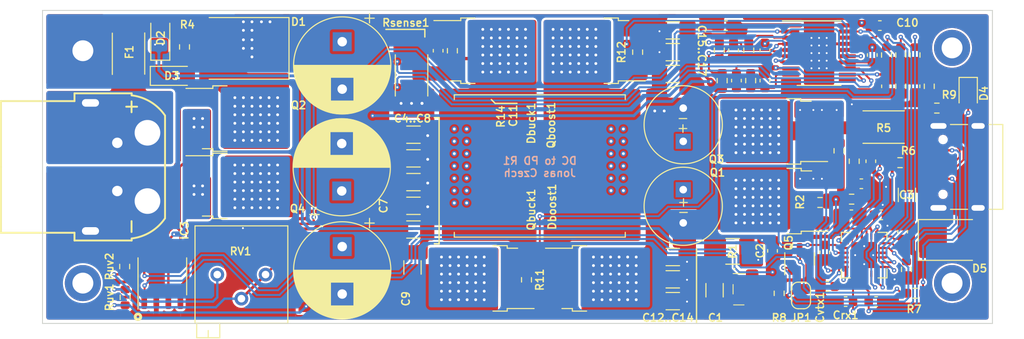
<source format=kicad_pcb>
(kicad_pcb (version 20210424) (generator pcbnew)
  (layers (0 "F.Cu" signal) (1 "In1.Cu" signal) (2 "In2.Cu" signal) (31 "B.Cu" signal) (34 "B.Paste" user) (35 "F.Paste" user) (36 "B.SilkS" user "B.Silkscreen") (37 "F.SilkS" user "F.Silkscreen") (38 "B.Mask" user) (39 "F.Mask" user) (44 "Edge.Cuts" user))
  (net 0 "")
  (net 1 "Net-(C1-Pad1)")
  (net 2 "GND")
  (net 3 "V_SRC")
  (net 4 "/HS")
  (net 5 "Net-(C10-Pad2)")
  (net 6 "+5V")
  (net 7 "/VBUS_OUT")
  (net 8 "/VIN_PROTECTED")
  (net 9 "/FB")
  (net 10 "Net-(Ccomp1-Pad2)")
  (net 11 "Net-(Ccomp2-Pad2)")
  (net 12 "Net-(Cdvdd1-Pad1)")
  (net 13 "Net-(Cramp1-Pad1)")
  (net 14 "/CC1")
  (net 15 "/CC2")
  (net 16 "Net-(Cslew1-Pad1)")
  (net 17 "/CS")
  (net 18 "Net-(Css1-Pad1)")
  (net 19 "Net-(Cvaux1-Pad1)")
  (net 20 "Net-(Cvcc1-Pad1)")
  (net 21 "Net-(Cvtx1-Pad1)")
  (net 22 "Net-(Dboost1-Pad2)")
  (net 23 "/VIN_FUSED")
  (net 24 "Net-(D2-Pad1)")
  (net 25 "Net-(D3-Pad1)")
  (net 26 "/VIN_CONN")
  (net 27 "Net-(D4-Pad2)")
  (net 28 "CTL1")
  (net 29 "CTL2")
  (net 30 "CTL3")
  (net 31 "POWER_EN_L")
  (net 32 "Net-(Cf1-Pad1)")
  (net 34 "Net-(IC2-Pad12)")
  (net 35 "Net-(IC2-Pad22)")
  (net 36 "Net-(IC2-Pad23)")
  (net 37 "Net-(J2-PadA7)")
  (net 38 "Net-(J2-PadA6)")
  (net 41 "Net-(Q3-Pad1)")
  (net 42 "Net-(IC2-Pad24)")
  (net 43 "Net-(Qboost1-Pad1)")
  (net 44 "Net-(Qbuck1-Pad1)")
  (net 45 "Net-(IC3-Pad8)")
  (net 46 "/buck_gate")
  (net 47 "Net-(RV1-Pad1)")
  (net 48 "Net-(RV1-Pad2)")
  (net 49 "Net-(Rt1-Pad1)")
  (net 50 "/GATE_A+")
  (net 51 "/GATE_B_+")
  (net 52 "/GATE_-")
  (net 53 "/boost_gate")
  (net 54 "Net-(Q1-Pad1)")
  (net 55 "Net-(Q3-Pad2)")
  (net 56 "/CSG")
  (net 57 "Net-(R10-Pad2)")
  (net 59 "Net-(C11-Pad2)")
  (footprint "Capacitor_SMD:C_0603_1608Metric" (layer "F.Cu") (at 118 60.2)
    (fp_text reference "Crx2" hide)
    (fp_text value "560pF")
  )
  (footprint "MountingHole:MountingHole_2.2mm_M2_DIN965_Pad" (layer "F.Cu") (at 34.5 33.75)
    (fp_text reference "H1" hide)
    (fp_text value "MountingHole")
  )
  (footprint "Capacitor_SMD:C_0603_1608Metric" (layer "F.Cu") (at 112.6 55 -90)
    (fp_text reference "Cvpwr1" hide)
    (fp_text value "C_Small")
  )
  (footprint "Package_TO_SOT_SMD:TO-252-2" (layer "F.Cu") (at 88.5 57.75)
    (fp_text reference "Dboost1")
    (fp_text value "D")
  )
  (footprint "Package_SO:Texas_PWP0020A" (layer "F.Cu") (at 112 34)
    (fp_text reference "U1" hide)
    (fp_text value "LM5118MH")
  )
  (footprint "Resistor_SMD:R_0603_1608Metric" (layer "F.Cu") (at 104.6 33.7 -90)
    (fp_text reference "Rt1" hide)
    (fp_text value "61.9k")
  )
  (footprint "Package_TO_SOT_SMD:TO-252-2" (layer "F.Cu") (at 50.65 48)
    (fp_text reference "Q4")
    (fp_text value "Q_NMOS_GDS")
  )
  (footprint "Package_TO_SOT_SMD:TO-252-2" (layer "F.Cu") (at 50.65 40.9)
    (fp_text reference "Q2")
    (fp_text value "Q_NMOS_GDS")
  )
  (footprint "Resistor_SMD:R_0603_1608Metric" (layer "F.Cu") (at 121.2 56.8 -90)
    (fp_text reference "Rsel1" hide)
    (fp_text value "R_Small")
  )
  (footprint "Resistor_SMD:R_0603_1608Metric" (layer "F.Cu") (at 38.95 59.75 90)
    (fp_text reference "Ruv1")
    (fp_text value "82k")
  )
  (footprint "Jumper:SolderJumper-2_P1.3mm_Open_RoundedPad1.0x1.5mm" (layer "F.Cu") (at 110.1 59.55 -90)
    (fp_text reference "JP1")
    (fp_text value "POWER_EN")
  )
  (footprint "Capacitor_SMD:C_1206_3216Metric" (layer "F.Cu") (at 69.3 42.6)
    (fp_text reference "C4" hide)
    (fp_text value "1uf")
  )
  (footprint "Diode_SMD:D_SMB" (layer "F.Cu") (at 126 53.7)
    (fp_text reference "D5")
    (fp_text value "SM6T22A")
  )
  (footprint "Capacitor_SMD:C_1206_3216Metric" (layer "F.Cu") (at 69.3 47.6)
    (fp_text reference "C6" hide)
    (fp_text value "1uf")
  )
  (footprint "Package_TO_SOT_SMD:TO-252-2" (layer "F.Cu") (at 107.65 49.6 180)
    (fp_text reference "Q1")
    (fp_text value "Q_NMOS_GDS")
  )
  (footprint "Capacitor_SMD:C_1206_3216Metric" (layer "F.Cu") (at 69.3 45.1)
    (fp_text reference "C5" hide)
    (fp_text value "1uf")
  )
  (footprint "Resistor_SMD:R_0603_1608Metric" (layer "F.Cu") (at 104.8 36.9 -90)
    (fp_text reference "Rcomp1" hide)
    (fp_text value "10k")
  )
  (footprint "Package_DFN_QFN:TI_VQFN_24_EP_2.7" (layer "F.Cu") (at 116.75 55.3 90)
    (fp_text reference "IC2" hide)
    (fp_text value "TPS25740B")
  )
  (footprint "Capacitor_SMD:C_0603_1608Metric" (layer "F.Cu") (at 112.875 58.6 180)
    (fp_text reference "Cvtx1")
    (fp_text value "100nF")
  )
  (footprint "Capacitor_SMD:C_1206_3216Metric" (layer "F.Cu") (at 69.2 56.6 90)
    (fp_text reference "C9")
    (fp_text value "1uf")
  )
  (footprint "Capacitor_THT:CP_Radial_D8.0mm_P3.50mm" (layer "F.Cu") (at 97.7 48.4 -90)
    (fp_text reference "Cout2" hide)
    (fp_text value "180uf")
  )
  (footprint "Resistor_SMD:R_0603_1608Metric" (layer "F.Cu") (at 120.525 45.55 180)
    (fp_text reference "R6")
    (fp_text value "R_Small")
  )
  (footprint "Capacitor_SMD:C_0603_1608Metric" (layer "F.Cu") (at 107.1 54.85 90)
    (fp_text reference "C2")
    (fp_text value "C_Small")
  )
  (footprint "Capacitor_SMD:C_0603_1608Metric" (layer "F.Cu") (at 102.2 31.1 180)
    (fp_text reference "Cinx1" hide)
    (fp_text value "100nF 100v")
  )
  (footprint "Resistor_SMD:R_1210_3225Metric" (layer "F.Cu") (at 102.9 54.9 180)
    (fp_text reference "R1")
    (fp_text value "2")
  )
  (footprint "Capacitor_SMD:C_1206_3216Metric" (layer "F.Cu") (at 69.3 52.6)
    (fp_text reference "C8" hide)
    (fp_text value "1uf")
  )
  (footprint "Package_TO_SOT_SMD:TO-252-2" (layer "F.Cu") (at 76.7 57.75 180)
    (fp_text reference "Qbuck1")
    (fp_text value "Q_NMOS_GDS")
  )
  (footprint "Package_TO_SOT_SMD:SOT-23" (layer "F.Cu") (at 109.95 55.7 90)
    (fp_text reference "Q5")
    (fp_text value "Q_PMOS_GSD")
  )
  (footprint "Diode_SMD:D_SOD-123" (layer "F.Cu") (at 43.85 36.4)
    (fp_text reference "D3")
    (fp_text value "200v")
  )
  (footprint "Diode_SMD:D_SMC" (layer "F.Cu") (at 51.4 33.5 180)
    (fp_text reference "D1")
    (fp_text value "D_TVS")
  )
  (footprint "Capacitor_SMD:C_0603_1608Metric" (layer "F.Cu") (at 114.8 60.2 180)
    (fp_text reference "Crx1")
    (fp_text value "560pF")
  )
  (footprint "Capacitor_SMD:C_1206_3216Metric" (layer "F.Cu") (at 101 59 -90)
    (fp_text reference "C1")
    (fp_text value "100nF 150v")
  )
  (footprint "Resistor_SMD:R_0603_1608Metric" (layer "F.Cu") (at 45.2 33.35 90)
    (fp_text reference "R4")
    (fp_text value "R_Small")
  )
  (footprint "Resistor_SMD:R_0603_1608Metric" (layer "F.Cu") (at 120.6 34.2 90)
    (fp_text reference "Rfbl2" hide)
    (fp_text value "R_Small")
  )
  (footprint "Capacitor_SMD:C_0603_1608Metric" (layer "F.Cu") (at 118.55 51.05)
    (fp_text reference "Cvaux1" hide)
    (fp_text value "100nF")
  )
  (footprint "Capacitor_SMD:C_1206_3216Metric" (layer "F.Cu") (at 96.6 60.15)
    (fp_text reference "C12" hide)
    (fp_text value "4.7uF")
  )
  (footprint "Capacitor_SMD:C_1206_3216Metric" (layer "F.Cu") (at 96.6 55.5)
    (fp_text reference "C14" hide)
    (fp_text value "4.7uF")
  )
  (footprint "Capacitor_SMD:C_0603_1608Metric" (layer "F.Cu") (at 119.1 37.5 90)
    (fp_text reference "Cslu1" hide)
    (fp_text value "C_Small")
  )
  (footprint "Capacitor_SMD:C_1206_3216Metric" (layer "F.Cu") (at 121.25 48.95 -90)
    (fp_text reference "C3")
    (fp_text value "4.7uF")
  )
  (footprint "Resistor_SMD:R_0603_1608Metric" (layer "F.Cu") (at 115.425 49.4)
    (fp_text reference "Rslew1" hide)
    (fp_text value "R_Small")
  )
  (footprint "Capacitor_SMD:C_0603_1608Metric" (layer "F.Cu") (at 122.1 37.5 -90)
    (fp_text reference "Csll1" hide)
    (fp_text value "C_Small")
  )
  (footprint "Resistor_SMD:R_0603_1608Metric" (layer "F.Cu") (at 114.1 44.3 -90)
    (fp_text reference "R3" hide)
    (fp_text value "10")
  )
  (footprint "Capacitor_THT:CP_Radial_D8.0mm_P3.50mm" (layer "F.Cu") (at 97.7 43.302651 90)
    (fp_text reference "Cout1" hide)
    (fp_text value "180uf")
  )
  (footprint "Potentiometer_THT:Potentiometer_Bourns_3296P_Horizontal" (layer "F.Cu") (at 48.65 57.35 90)
    (fp_text reference "RV1")
    (fp_text value "10k")
  )
  (footprint "Resistor_SMD:R_0603_1608Metric" (layer "F.Cu") (at 122.12 59.32)
    (fp_text reference "R7")
    (fp_text value "R_Small")
  )
  (footprint "Resistor_SMD:R_0603_1608Metric" (layer "F.Cu") (at 73.4 33.75 90)
    (fp_text reference "R14")
    (fp_text value "2")
  )
  (footprint "Amass_XT60PW-M_footprints:Amass_XT60PW-M_Kombifootprint" (layer "F.Cu") (at 41.3 46 90)
    (fp_text reference "J1" hide)
    (fp_text value "Conn_01x02" hide)
  )
  (footprint "Resistor_SMD:R_0603_1608Metric" (layer "F.Cu") (at 107.8 59.325 -90)
    (fp_text reference "R8")
    (fp_text value "10k")
  )
  (footprint "LED_SMD:LED_0805_2012Metric" (layer "F.Cu") (at 127.7 38.25 -90)
    (fp_text reference "D4")
    (fp_text value "LED_Small")
  )
  (footprint "Capacitor_SMD:C_1206_3216Metric" (layer "F.Cu") (at 96.6 57.85)
    (fp_text reference "C13" hide)
    (fp_text value "4.7uF")
  )
  (footprint "MountingHole:MountingHole_2.2mm_M2_DIN965_Pad" (layer "F.Cu") (at 34.5 58.25)
    (fp_text reference "H2" hide)
    (fp_text value "MountingHole")
  )
  (footprint "Resistor_SMD:R_0603_1608Metric" (layer "F.Cu") (at 124.4 39.8 180)
    (fp_text reference "R9")
    (fp_text value "100")
  )
  (footprint "Capacitor_SMD:C_0603_1608Metric" (layer "F.Cu") (at 71.9 33.75 -90)
    (fp_text reference "C11")
    (fp_text value "100nF")
  )
  (footprint "Capacitor_SMD:C_1206_3216Metric" (layer "F.Cu") (at 69.3 50.1)
    (fp_text reference "C7")
    (fp_text value "1uf")
  )
  (footprint "Resistor_SMD:R_0603_1608Metric" (layer "F.Cu") (at 122.1 34.2 90)
    (fp_text reference "Rfbl3" hide)
    (fp_text value "R_Small")
  )
  (footprint "Inductor_SMD:L_18x16.9_P12.5x4" (layer "F.Cu") (at 82.6 45.9 180)
    (fp_text reference "L1" hide)
    (fp_text value "33uH")
  )
  (footprint "Resistor_SMD:R_0603_1608Metric" (layer "F.Cu") (at 112.1 49.75)
    (fp_text reference "R2")
    (fp_text value "10")
  )
  (footprint "Capacitor_SMD:C_0603_1608Metric" (layer "F.Cu") (at 116.45 47.775)
    (fp_text reference "Cslew1" hide)
    (fp_text value "C_Small")
  )
  (footprint "Capacitor_THT:CP_Radial_D10.0mm_P5.00mm" (layer "F.Cu") (at 61.8 54.4 -90)
    (fp_text reference "Cinbulk3" hide)
    (fp_text value "15uF")
  )
  (footprint "Resistor_SMD:R_0603_1608Metric" (layer "F.Cu") (at 120.6 37.5 90)
    (fp_text reference "Rfbt1" hide)
    (fp_text value "200k")
  )
  (footprint "Resistor_SMD:R_2512_6332Metric" (layer "F.Cu") (at 69.1 36.35 90)
    (fp_text reference "Rsense1")
    (fp_text value "10mOhm")
  )
  (footprint "MountingHole:MountingHole_2.2mm_M2_DIN965_Pad" (layer "F.Cu") (at 126 33.45)
    (fp_text reference "H3" hide)
    (fp_text value "MountingHole")
  )
  (footprint "Package_SO:SOIC-8_3.9x4.9mm_P1.27mm" (layer "F.Cu") (at 42.865 57.535 90)
    (fp_text reference "IC3")
    (fp_text value "HT0440LG-G")
  )
  (footprint "MountingHole:MountingHole_2.2mm_M2_DIN965_Pad" (layer "F.Cu") (at 126 58.25)
    (fp_text reference "H4" hide)
    (fp_text value "MountingHole")
  )
  (footprint "Capacitor_THT:CP_Radial_D10.0mm_P5.00mm" (layer "F.Cu") (at 61.8 32.8 -90)
    (fp_text reference "Cinbulk1" hide)
    (fp_text value "15uF")
  )
  (footprint "Capacitor_SMD:C_0603_1608Metric" (layer "F.Cu") (at 115.4 51.05)
    (fp_text reference "Cvdd1" hide)
    (fp_text value "100nF")
  )
  (footprint "Resistor_SMD:R_0603_1608Metric" (layer "F.Cu") (at 101.5 33.7 -90)
    (fp_text reference "Rramp1" hide)
    (fp_text value "133k")
  )
  (footprint "KiCad:NCP781BMN050TAG" (layer "F.Cu") (at 104.6 58.895 -90)
    (fp_text reference "IC1" hide)
    (fp_text value "NCP781BMN050TAG" hide)
  )
  (footprint "Capacitor_SMD:C_0603_1608Metric" (layer "F.Cu") (at 117.45 45.4 90)
    (fp_text reference "Cf1" hide)
    (fp_text value "C_Small")
  )
  (footprint "Capacitor_SMD:C_1206_3216Metric" (layer "F.Cu") (at 96.6 33.9 180)
    (fp_text reference "C16" hide)
    (fp_text value "4.7uF")
  )
  (footprint "Package_TO_SOT_SMD:TO-252-2" (layer "F.Cu") (at 107.6 42.25 180)
    (fp_text reference "Q3")
    (fp_text value "Q_NMOS_GDS")
  )
  (footprint "Capacitor_SMD:C_0603_1608Metric" (layer "F.Cu") (at 106.3 33.7 -90)
    (fp_text reference "Css1" hide)
    (fp_text value "100nF")
  )
  (footprint "Connector_USB:USB_C_Receptacle_Palconn_UTC16-G" (layer "F.Cu") (at 126.5 46 90)
    (fp_text reference "J2" hide)
    (fp_text value "USB_C_Receptacle_USB2.0")
  )
  (footprint "Capacitor_SMD:C_0603_1608Metric" (layer "F.Cu") (at 103.3 36.9 -90)
    (fp_text reference "Ccomp2" hide)
    (fp_text value "100nF")
  )
  (footprint "Resistor_SMD:R_0603_1608Metric" (layer "F.Cu") (at 92.9 33.9 -90)
    (fp_text reference "R12")
    (fp_text value "2")
  )
  (footprint "Package_TO_SOT_SMD:TO-252-2" (layer "F.Cu") (at 88.4 33.75 180)
    (fp_text reference "Qboost1")
    (fp_text value "Q_NMOS_GDS")
  )
  (footprint "Capacitor_SMD:C_1206_3216Metric" (layer "F.Cu") (at 96.6 36.2 180)
    (fp_text reference "C15" hide)
    (fp_text value "4.7uF")
  )
  (footprint "Capacitor_SMD:C_0603_1608Metric" (layer "F.Cu") (at 106.3 36.9 -90)
    (fp_text reference "Ccomp1" hide)
    (fp_text value "1.5nF")
  )
  (footprint "Resistor_SMD:R_0603_1608Metric" (layer "F.Cu") (at 38.9 56.5 90)
    (fp_text reference "Ruv2")
    (fp_text value "1k5")
  )
  (footprint "Resistor_SMD:R_2512_6332Metric" (layer "F.Cu") (at 118.8 41.8)
    (fp_text reference "R5")
    (fp_text value "5mΩ")
  )
  (footprint "Resistor_SMD:R_0603_1608Metric" (layer "F.Cu") (at 123.6 37.5 -90)
    (fp_text reference "R13" hide)
    (fp_text value "R_Small")
  )
  (footprint "Capacitor_SMD:C_0603_1608Metric" (layer "F.Cu") (at 117.6 34.2 -90)
    (fp_text reference "Cvcc1" hide)
    (fp_text value "1uF 35v")
  )
  (footprint "Diode_SMD:D_SOD-123" (layer "F.Cu") (at 42.65 32.5 90)
    (fp_text reference "D2")
    (fp_text value "200v")
  )
  (footprint "Fuse:F_SMD_6.1_2.6" (layer "F.Cu") (at 39.3 34.45 -90)
    (fp_text reference "F1")
    (fp_text value "Fuse_Small")
  )
  (footprint "Capacitor_SMD:C_0603_1608Metric" (layer "F.Cu") (at 118.4 31.1)
    (fp_text reference "C10")
    (fp_text value "100nF 100v")
  )
  (footprint "Capacitor_THT:CP_Radial_D10.0mm_P5.00mm" (layer "F.Cu") (at 61.75 48.535354 90)
    (fp_text reference "Cinbulk2" hide)
    (fp_text value "15uF")
  )
  (footprint "Resistor_SMD:R_0603_1608Metric" (layer "F.Cu") (at 119.1 34.2 90)
    (fp_text reference "Rfbl1" hide)
    (fp_text value "R_Small")
  )
  (footprint "Package_TO_SOT_SMD:TO-252-2" (layer "F.Cu") (at 76.75 33.75)
    (fp_text reference "Dbuck1")
    (fp_text value "D")
  )
  (footprint "Capacitor_SMD:C_0603_1608Metric" (layer "F.Cu") (at 120.8 52.825 90)
    (fp_text reference "Cdvdd1" hide)
    (fp_text value "220nF")
  )
  (footprint "Resistor_SMD:R_0603_1608Metric" (layer "F.Cu") (at 81.2 57.9 -90)
    (fp_text reference "R11")
    (fp_text value "2")
  )
  (footprint "Resistor_SMD:R_0603_1608Metric" (layer "F.Cu") (at 115.7 45.4 -90)
    (fp_text reference "Rf1" hide)
    (fp_text value "0")
  )
  (footprint "Resistor_SMD:R_0603_1608Metric" (layer "F.Cu") (at 101.8 36.9 90)
    (fp_text reference "R10" hide)
    (fp_text value "1M")
  )
  (footprint "Capacitor_SMD:C_1206_3216Metric" (layer "F.Cu") (at 96.6 31.6 180)
    (fp_text reference "C17" hide)
    (fp_text value "4.7uF")
  )
  (footprint "Capacitor_SMD:C_0603_1608Metric" (layer "F.Cu") (at 103 33.7 -90)
    (fp_text reference "Cramp1" hide)
    (fp_text value "2.7nF")
  )
  (footprint "NetTie:NetTie-2_SMD_Pad0.5mm" (layer "B.Cu") (at 67.6 37.7125 -90)
    (fp_text reference "NT1" hide)
    (fp_text value "NetTie_2")
  )
  (gr_circle (center 40.3 61.8) (end 40.441421 61.8) (layer "F.SilkS") (width 0.3) (fill none))
  (gr_line (start 80.2 39.3) (end 77.9 39.3) (layer "F.SilkS") (width 0.15))
  (gr_line (start 66.4 31.5) (end 70.5 31.5) (layer "F.SilkS") (width 0.15))
  (gr_line (start 71.5 40.8) (end 72 40.8) (layer "F.SilkS") (width 0.15))
  (gr_line (start 70.5 31.5) (end 70.5 32.3) (layer "F.SilkS") (width 0.15))
  (gr_line (start 77.9 39.3) (end 77.5 38.9) (layer "F.SilkS") (width 0.15))
  (gr_line (start 99.1 62.4) (end 99.1 54.6) (layer "F.SilkS") (width 0.15))
  (gr_line (start 72 54.1) (end 71.5 54.1) (layer "F.SilkS") (width 0.15))
  (gr_line (start 72 40.8) (end 72 54.1) (layer "F.SilkS") (width 0.15))
  (gr_line (start 130.25 29.5) (end 130.25 62.5) (layer "Edge.Cuts") (width 0.1))
  (gr_line (start 30.25 29.5) (end 130.25 29.5) (layer "Edge.Cuts") (width 0.1))
  (gr_line (start 30.25 62.5) (end 30.25 29.5) (layer "Edge.Cuts") (width 0.1))
  (gr_line (start 130.25 62.5) (end 30.25 62.5) (layer "Edge.Cuts") (width 0.1))
  (gr_text "DC to PD R1\nJonas Czech" (at 82.6 46) (layer "B.SilkS") (effects (font (size 0.8 0.8) (thickness 0.153)) (justify mirror)))
  (gr_text "C12..C14" (at 96.1 61.9) (layer "F.SilkS") (effects (font (size 0.8 0.8) (thickness 0.153))))
  (gr_text "C4..C8" (at 69.2 40.9) (layer "F.SilkS") (effects (font (size 0.8 0.8) (thickness 0.153))))
  (gr_text "C15..C17" (at 99.66 33.74 270) (layer "F.SilkS") (effects (font (size 0.8 0.8) (thickness 0.153))))
  (segment (start 116.775 34.975) (end 117.6 34.975) (width 0.2) (layer "F.Cu") (net 2))
  (segment (start 104.6 34.525) (end 106.25 34.525) (width 0.2) (layer "F.Cu") (net 2))
  (segment (start 107.9 34.2) (end 107.2 34.2) (width 0.2) (layer "F.Cu") (net 2))
  (segment (start 112.975 33.025) (end 112.8 33.2) (width 0.3) (layer "F.Cu") (net 2))
  (segment (start 114.97 34.975) (end 112.975 34.975) (width 0.3) (layer "F.Cu") (net 2))
  (segment (start 106.925 34.475) (end 106.3 34.475) (width 0.2) (layer "F.Cu") (net 2))
  (segment (start 109.03 34.325) (end 108.025 34.325) (width 0.2) (layer "F.Cu") (net 2))
  (segment (start 103 34.475) (end 104.55 34.475) (width 0.2) (layer "F.Cu") (net 2))
  (segment (start 106.25 34.525) (end 106.3 34.475) (width 0.2) (layer "F.Cu") (net 2))
  (segment (start 104.55 34.475) (end 104.6 34.525) (width 0.2) (layer "F.Cu") (net 2))
  (segment (start 112.975 34.975) (end 112.8 34.8) (width 0.3) (layer "F.Cu") (net 2))
  (segment (start 110.875 34.325) (end 111.2 34) (width 0.3) (layer "F.Cu") (net 2))
  (segment (start 109.03 34.325) (end 110.875 34.325) (width 0.3) (layer "F.Cu") (net 2))
  (segment (start 107.2 34.2) (end 106.925 34.475) (width 0.2) (layer "F.Cu") (net 2))
  (segment (start 107.2 34.2) (end 107.1 34.3) (width 0.2) (layer "F.Cu") (net 2))
  (segment (start 108.025 34.325) (end 107.9 34.2) (width 0.2) (layer "F.Cu") (net 2))
  (segment (start 114.97 34.975) (end 117.6 34.975) (width 0.2) (layer "F.Cu") (net 2))
  (segment (start 114.97 33.025) (end 112.975 33.025) (width 0.3) (layer "F.Cu") (net 2))
  (via (at 119.05 48.1) (size 0.46) (drill 0.2) (layers "F.Cu" "B.Cu") (net 2))
  (via (at 95.7 40.1) (size 0.6) (drill 0.3) (layers "F.Cu" "B.Cu") (net 2))
  (via (at 67.6 37.6) (size 0.46) (drill 0.2) (layers "F.Cu" "B.Cu") (net 2))
  (via (at 52.3 30.7) (size 0.6) (drill 0.3) (layers "F.Cu" "B.Cu") (net 2))
  (via (at 70.8 45.2) (size 0.6) (drill 0.3) (layers "F.Cu" "B.Cu") (net 2))
  (via (at 98.1 56) (size 0.46) (drill 0.2) (layers "F.Cu" "B.Cu") (net 2))
  (via (at 111.2 34) (size 0.46) (drill 0.2) (layers "F.Cu" "B.Cu") (net 2))
  (via (at 111.2 32.4) (size 0.46) (drill 0.2) (layers "F.Cu" "B.Cu") (net 2))
  (via (at 111.2 33.2) (size 0.46) (drill 0.2) (layers "F.Cu" "B.Cu") (net 2))
  (via (at 98.1 57.9) (size 0.46) (drill 0.2) (layers "F.Cu" "B.Cu") (net 2))
  (via (at 51.4 30.7) (size 0.6) (drill 0.3) (layers "F.Cu" "B.Cu") (net 2))
  (via (at 112.8 34.8) (size 0.46) (drill 0.2) (layers "F.Cu" "B.Cu") (net 2))
  (via (at 106 53.7) (size 0.46) (drill 0.2) (layers "F.Cu" "B.Cu") (net 2))
  (via (at 119.2 52.2) (size 0.46) (drill 0.2) (layers "F.Cu" "B.Cu") (net 2))
  (via (at 112 33.2) (size 0.46) (drill 0.2) (layers "F.Cu" "B.Cu") (net 2))
  (via (at 54.2 30.7) (size 0.6) (drill 0.3) (layers "F.Cu" "B.Cu") (net 2))
  (via (at 52.3 34.4) (size 0.6) (drill 0.3) (layers "F.Cu" "B.Cu") (net 2))
  (via (at 51.4 32.6) (size 0.6) (drill 0.3) (layers "F.Cu" "B.Cu") (net 2))
  (via (at 70.8 47.7) (size 0.6) (drill 0.3) (layers "F.Cu" "B.Cu") (net 2))
  (via (at 70.8 50.2) (size 0.6) (drill 0.3) (layers "F.Cu" "B.Cu") (net 2))
  (via (at 112 35.6) (size 0.46) (drill 0.2) (layers "F.Cu" "B.Cu") (net 2))
  (via (at 51.4 31.6) (size 0.6) (drill 0.3) (layers "F.Cu" "B.Cu") (net 2))
  (via (at 117.7 55.3) (size 0.46) (drill 0.2) (layers "F.Cu" "B.Cu") (net 2))
  (via (at 98.1 60.2) (size 0.46) (drill 0.2) (layers "F.Cu" "B.Cu") (net 2))
  (via (at 94.7 40.1) (size 0.6) (drill 0.3) (layers "F.Cu" "B.Cu") (net 2))
  (via (at 115.45 39.4) (size 0.46) (drill 0.2) (layers "F.Cu" "B.Cu") (net 2))
  (via (at 112.8 33.2) (size 0.46) (drill 0.2) (layers "F.Cu" "B.Cu") (net 2))
  (via (at 51.35 52.45) (size 0.46) (drill 0.2) (layers "F.Cu" "B.Cu") (net 2))
  (via (at 68 39.3) (size 0.6) (drill 0.3) (layers "F.Cu" "B.Cu") (net 2))
  (via (at 116.75 56.25) (size 0.46) (drill 0.2) (layers "F.Cu" "B.Cu") (net 2))
  (via (at 116.75 54.35) (size 0.46) (drill 0.2) (layers "F.Cu" "B.Cu") (net 2))
  (via (at 112 32.4) (size 0.46) (drill 0.2) (layers "F.Cu" "B.Cu") (net 2))
  (via (at 69.1 39.3) (size 0.6) (drill 0.3) (layers "F.Cu" "B.Cu") (net 2))
  (via (at 53.3 30.7) (size 0.6) (drill 0.3) (layers "F.Cu" "B.Cu") (net 2))
  (via (at 111.2 35.6) (size 0.46) (drill 0.2) (layers "F.Cu" "B.Cu") (net 2))
  (via (at 118.7 50) (size 0.46) (drill 0.2) (layers "F.Cu" "B.Cu") (net 2))
  (via (at 115.8 55.3) (size 0.46) (drill 0.2) (layers "F.Cu" "B.Cu") (net 2))
  (via (at 70.8 42.7) (size 0.6) (drill 0.3) (layers "F.Cu" "B.Cu") (net 2))
  (via (at 112.8 32.4) (size 0.46) (drill 0.2) (layers "F.Cu" "B.Cu") (net 2))
  (via (at 70.2 39.3) (size 0.6) (drill 0.3) (layers "F.Cu" "B.Cu") (net 2))
  (via (at 112.8 35.6) (size 0.46) (drill 0.2) (layers "F.Cu" "B.Cu") (net 2))
  (via (at 52.3 33.5) (size 0.6) (drill 0.3) (layers "F.Cu" "B.Cu") (net 2))
  (via (at 70.2 39.3) (size 0.6) (drill 0.3) (layers "F.Cu" "B.Cu") (net 2))
  (via (at 95.2 33.9) (size 0.46) (drill 0.2) (layers "F.Cu" "B.Cu") (net 2))
  (via (at 52.3 31.6) (size 0.6) (drill 0.3) (layers "F.Cu" "B.Cu") (net 2))
  (via (at 112 34) (size 0.46) (drill 0.2) (layers "F.Cu" "B.Cu") (net 2))
  (via (at 112 34.8) (size 0.46) (drill 0.2) (layers "F.Cu" "B.Cu") (net 2))
  (via (at 112.8 34) (size 0.46) (drill 0.2) (layers "F.Cu" "B.Cu") (net 2))
  (via (at 119.95 57.85) (size 0.46) (drill 0.2) (layers "F.Cu" "B.Cu") (net 2))
  (via (at 95.2 31.7) (size 0.46) (drill 0.2) (layers "F.Cu" "B.Cu") (net 2))
  (via (at 52.3 32.6) (size 0.6) (drill 0.3) (layers "F.Cu" "B.Cu") (net 2))
  (via (at 111.2 34.8) (size 0.46) (drill 0.2) (layers "F.Cu" "B.Cu") (net 2))
  (via (at 51.4 33.5) (size 0.6) (drill 0.3) (layers "F.Cu" "B.Cu") (net 2))
  (segment (start 113.741323 54.225) (end 114.066323 54.55) (width 0.2) (layer "F.Cu") (net 3))
  (segment (start 110.8 54.225) (end 111.175 54.225) (width 0.2) (layer "F.Cu") (net 3))
  (segment (start 114.066323 54.55) (end 114.7875 54.55) (width 0.2) (layer "F.Cu") (net 3))
  (segment (start 112.575 54.55) (end 112.5 54.475) (width 0.2) (layer "F.Cu") (net 3))
  (segment (start 110.8 54.225) (end 112.6 54.225) (width 0.2) (layer "F.Cu") (net 3))
  (segment (start 112.775 54.55) (end 112.7 54.475) (width 0.2) (layer "F.Cu") (net 3))
  (segment (start 112.6 54.225) (end 113.741323 54.225) (width 0.2) (layer "F.Cu") (net 3))
  (via (at 89.15 59.1) (size 0.6) (drill 0.3) (layers "F.Cu" "B.Cu") (net 3))
  (via (at 90.95 59.1) (size 0.6) (drill 0.3) (layers "F.Cu" "B.Cu") (net 3))
  (via (at 107.75 50.1) (size 0.6) (drill 0.3) (layers "F.Cu" "B.Cu") (net 3))
  (via (at 104.15 48.3) (size 0.6) (drill 0.3) (layers "F.Cu" "B.Cu") (net 3))
  (via (at 90.05 56.4) (size 0.6) (drill 0.3) (layers "F.Cu" "B.Cu") (net 3))
  (via (at 88.25 60) (size 0.6) (drill 0.3) (layers "F.Cu" "B.Cu") (net 3))
  (via (at 90.95 60) (size 0.6) (drill 0.3) (layers "F.Cu" "B.Cu") (net 3))
  (via (at 90.05 59.1) (size 0.6) (drill 0.3) (layers "F.Cu" "B.Cu") (net 3))
  (via (at 90.05 55.5) (size 0.6) (drill 0.3) (layers "F.Cu" "B.Cu") (net 3))
  (via (at 90.95 57.3) (size 0.6) (drill 0.3) (layers "F.Cu" "B.Cu") (net 3))
  (via (at 106.85 51.9) (size 0.6) (drill 0.3) (layers "F.Cu" "B.Cu") (net 3))
  (via (at 107.75 49.2) (size 0.6) (drill 0.3) (layers "F.Cu" "B.Cu") (net 3))
  (via (at 88.25 55.5) (size 0.6) (drill 0.3) (layers "F.Cu" "B.Cu") (net 3))
  (via (at 106.85 49.2) (size 0.6) (drill 0.3) (layers "F.Cu" "B.Cu") (net 3))
  (via (at 89.15 55.5) (size 0.6) (drill 0.3) (layers "F.Cu" "B.Cu") (net 3))
  (via (at 107.75 51.9) (size 0.6) (drill 0.3) (layers "F.Cu" "B.Cu") (net 3))
  (via (at 90.95 58.2) (size 0.6) (drill 0.3) (layers "F.Cu" "B.Cu") (net 3))
  (via (at 89.15 56.4) (size 0.6) (drill 0.3) (layers "F.Cu" "B.Cu") (net 3))
  (via (at 88.25 56.4) (size 0.6) (drill 0.3) (layers "F.Cu" "B.Cu") (net 3))
  (via (at 105.05 47.4) (size 0.6) (drill 0.3) (layers "F.Cu" "B.Cu") (net 3))
  (via (at 91.85 60) (size 0.6) (drill 0.3) (layers "F.Cu" "B.Cu") (net 3))
  (via (at 88.25 59.1) (size 0.6) (drill 0.3) (layers "F.Cu" "B.Cu") (net 3))
  (via (at 90.95 55.5) (size 0.6) (drill 0.3) (layers "F.Cu" "B.Cu") (net 3))
  (via (at 90.05 58.2) (size 0.6) (drill 0.3) (layers "F.Cu" "B.Cu") (net 3))
  (via (at 106.85 47.4) (size 0.6) (drill 0.3) (layers "F.Cu" "B.Cu") (net 3))
  (via (at 105.05 50.1) (size 0.6) (drill 0.3) (layers "F.Cu" "B.Cu") (net 3))
  (via (at 103.25 50.1) (size 0.6) (drill 0.3) (layers "F.Cu" "B.Cu") (net 3))
  (via (at 104.15 49.2) (size 0.6) (drill 0.3) (layers "F.Cu" "B.Cu") (net 3))
  (via (at 90.05 60) (size 0.6) (drill 0.3) (layers "F.Cu" "B.Cu") (net 3))
  (via (at 91.85 56.4) (size 0.6) (drill 0.3) (layers "F.Cu" "B.Cu") (net 3))
  (via (at 103.25 48.3) (size 0.6) (drill 0.3) (layers "F.Cu" "B.Cu") (net 3))
  (via (at 90.95 56.4) (size 0.6) (drill 0.3) (layers "F.Cu" "B.Cu") (net 3))
  (via (at 91.85 58.2) (size 0.6) (drill 0.3) (layers "F.Cu" "B.Cu") (net 3))
  (via (at 90.05 57.3) (size 0.6) (drill 0.3) (layers "F.Cu" "B.Cu") (net 3))
  (via (at 89.15 60) (size 0.6) (drill 0.3) (layers "F.Cu" "B.Cu") (net 3))
  (via (at 107.75 51) (size 0.6) (drill 0.3) (layers "F.Cu" "B.Cu") (net 3))
  (via (at 103.25 47.4) (size 0.6) (drill 0.3) (layers "F.Cu" "B.Cu") (net 3))
  (via (at 106.85 51) (size 0.6) (drill 0.3) (layers "F.Cu" "B.Cu") (net 3))
  (via (at 103.25 51.9) (size 0.6) (drill 0.3) (layers "F.Cu" "B.Cu") (net 3))
  (via (at 91.85 59.1) (size 0.6) (drill 0.3) (layers "F.Cu" "B.Cu") (net 3))
  (via (at 105.95 51) (size 0.6) (drill 0.3) (layers "F.Cu" "B.Cu") (net 3))
  (via (at 91.85 57.3) (size 0.6) (drill 0.3) (layers "F.Cu" "B.Cu") (net 3))
  (via (at 105.95 47.4) (size 0.6) (drill 0.3) (layers "F.Cu" "B.Cu") (net 3))
  (via (at 92.75 60) (size 0.6) (drill 0.3) (layers "F.Cu" "B.Cu") (net 3))
  (via (at 88.25 57.3) (size 0.6) (drill 0.3) (layers "F.Cu" "B.Cu") (net 3))
  (via (at 106.85 48.3) (size 0.6) (drill 0.3) (layers "F.Cu" "B.Cu") (net 3))
  (via (at 89.15 57.3) (size 0.6) (drill 0.3) (layers "F.Cu" "B.Cu") (net 3))
  (via (at 105.05 51) (size 0.6) (drill 0.3) (layers "F.Cu" "B.Cu") (net 3))
  (via (at 105.95 48.3) (size 0.6) (drill 0.3) (layers "F.Cu" "B.Cu") (net 3))
  (via (at 103.25 51) (size 0.6) (drill 0.3) (layers "F.Cu" "B.Cu") (net 3))
  (via (at 91.85 55.5) (size 0.6) (drill 0.3) (layers "F.Cu" "B.Cu") (net 3))
  (via (at 104.15 47.4) (size 0.6) (drill 0.3) (layers "F.Cu" "B.Cu") (net 3))
  (via (at 105.05 48.3) (size 0.6) (drill 0.3) (layers "F.Cu" "B.Cu") (net 3))
  (via (at 92.75 55.5) (size 0.6) (drill 0.3) (layers "F.Cu" "B.Cu") (net 3))
  (via (at 107.75 48.3) (size 0.6) (drill 0.3) (layers "F.Cu" "B.Cu") (net 3))
  (via (at 107.75 47.4) (size 0.6) (drill 0.3) (layers "F.Cu" "B.Cu") (net 3))
  (via (at 92.75 59.1) (size 0.6) (drill 0.3) (layers "F.Cu" "B.Cu") (net 3))
  (via (at 105.05 49.2) (size 0.6) (drill 0.3) (layers "F.Cu" "B.Cu") (net 3))
  (via (at 104.15 51) (size 0.6) (drill 0.3) (layers "F.Cu" "B.Cu") (net 3))
  (via (at 89.15 58.2) (size 0.6) (drill 0.3) (layers "F.Cu" "B.Cu") (net 3))
  (via (at 110.8 54.225) (size 0.46) (drill 0.2) (layers "F.Cu" "B.Cu") (net 3))
  (via (at 106.85 50.1) (size 0.6) (drill 0.3) (layers "F.Cu" "B.Cu") (net 3))
  (via (at 92.75 56.4) (size 0.6) (drill 0.3) (layers "F.Cu" "B.Cu") (net 3))
  (via (at 88.25 58.2) (size 0.6) (drill 0.3) (layers "F.Cu" "B.Cu") (net 3))
  (via (at 103.25 49.2) (size 0.6) (drill 0.3) (layers "F.Cu" "B.Cu") (net 3))
  (via (at 105.95 51.9) (size 0.6) (drill 0.3) (layers "F.Cu" "B.Cu") (net 3))
  (via (at 104.15 50.1) (size 0.6) (drill 0.3) (layers "F.Cu" "B.Cu") (net 3))
  (via (at 105.05 51.9) (size 0.6) (drill 0.3) (layers "F.Cu" "B.Cu") (net 3))
  (via (at 92.75 58.2) (size 0.6) (drill 0.3) (layers "F.Cu" "B.Cu") (net 3))
  (via (at 92.75 57.3) (size 0.6) (drill 0.3) (layers "F.Cu" "B.Cu") (net 3))
  (via (at 105.95 50.1) (size 0.6) (drill 0.3) (layers "F.Cu" "B.Cu") (net 3))
  (via (at 104.15 51.9) (size 0.6) (drill 0.3) (layers "F.Cu" "B.Cu") (net 3))
  (via (at 105.95 49.2) (size 0.6) (drill 0.3) (layers "F.Cu" "B.Cu") (net 3))
  (segment (start 108.075 54.225) (end 107.75 53.9) (width 0.2) (layer "B.Cu") (net 3))
  (segment (start 107.75 53.9) (end 107.75 51.9) (width 0.2) (layer "B.Cu") (net 3))
  (segment (start 110.8 54.225) (end 108.075 54.225) (width 0.2) (layer "B.Cu") (net 3))
  (segment (start 116.7 30.8) (end 117 31.1) (width 0.2) (layer "F.Cu") (net 4))
  (segment (start 117 31.1) (end 117.625 31.1) (width 0.2) (layer "F.Cu") (net 4))
  (segment (start 116.225 31.075) (end 116.5 30.8) (width 0.2) (layer "F.Cu") (net 4))
  (segment (start 114.97 31.075) (end 116.225 31.075) (width 0.2) (layer "F.Cu") (net 4))
  (segment (start 116.5 30.8) (end 116.7 30.8) (width 0.2) (layer "F.Cu") (net 4))
  (via (at 79.3 36) (size 0.6) (drill 0.3) (layers "F.Cu" "B.Cu") (net 4))
  (via (at 76.6 32.4) (size 0.6) (drill 0.3) (layers "F.Cu" "B.Cu") (net 4))
  (via (at 77.5 32.4) (size 0.6) (drill 0.3) (layers "F.Cu" "B.Cu") (net 4))
  (via (at 76.6 33.3) (size 0.6) (drill 0.3) (layers "F.Cu" "B.Cu") (net 4))
  (via (at 79.3 35.1) (size 0.6) (drill 0.3) (layers "F.Cu" "B.Cu") (net 4))
  (via (at 76.6 31.5) (size 0.6) (drill 0.3) (layers "F.Cu" "B.Cu") (net 4))
  (via (at 73.6 45.9) (size 0.6) (drill 0.3) (layers "F.Cu" "B.Cu") (net 4))
  (via (at 74.9 47.2) (size 0.6) (drill 0.3) (layers "F.Cu" "B.Cu") (net 4))
  (via (at 77.5 34.2) (size 0.6) (drill 0.3) (layers "F.Cu" "B.Cu") (net 4))
  (via (at 74.9 42) (size 0.6) (drill 0.3) (layers "F.Cu" "B.Cu") (net 4))
  (via (at 74.9 45.9) (size 0.6) (drill 0.3) (layers "F.Cu" "B.Cu") (net 4))
  (via (at 76.6 36) (size 0.6) (drill 0.3) (layers "F.Cu" "B.Cu") (net 4))
  (via (at 81.1 34.2) (size 0.6) (drill 0.3) (layers "F.Cu" "B.Cu") (net 4))
  (via (at 80.2 36) (size 0.6) (drill 0.3) (layers "F.Cu" "B.Cu") (net 4))
  (via (at 80.2 32.4) (size 0.6) (drill 0.3) (layers "F.Cu" "B.Cu") (net 4))
  (via (at 78.4 36) (size 0.6) (drill 0.3) (layers "F.Cu" "B.Cu") (net 4))
  (via (at 76.6 35.1) (size 0.6) (drill 0.3) (layers "F.Cu" "B.Cu") (net 4))
  (via (at 78.4 34.2) (size 0.6) (drill 0.3) (layers "F.Cu" "B.Cu") (net 4))
  (via (at 73.6 44.6) (size 0.6) (drill 0.3) (layers "F.Cu" "B.Cu") (net 4))
  (via (at 79.3 31.5) (size 0.6) (drill 0.3) (layers "F.Cu" "B.Cu") (net 4))
  (via (at 74.9 48.5) (size 0.6) (drill 0.3) (layers "F.Cu" "B.Cu") (net 4))
  (via (at 81.1 32.4) (size 0.6) (drill 0.3) (layers "F.Cu" "B.Cu") (net 4))
  (via (at 78.4 32.4) (size 0.6) (drill 0.3) (layers "F.Cu" "B.Cu") (net 4))
  (via (at 77.5 36) (size 0.6) (drill 0.3) (layers "F.Cu" "B.Cu") (net 4))
  (via (at 79.3 33.3) (size 0.6) (drill 0.3) (layers "F.Cu" "B.Cu") (net 4))
  (via (at 80.2 34.2) (size 0.6) (drill 0.3) (layers "F.Cu" "B.Cu") (net 4))
  (via (at 80.2 33.3) (size 0.6) (drill 0.3) (layers "F.Cu" "B.Cu") (net 4))
  (via (at 77.5 31.5) (size 0.6) (drill 0.3) (layers "F.Cu" "B.Cu") (net 4))
  (via (at 81.1 31.5) (size 0.6) (drill 0.3) (layers "F.Cu" "B.Cu") (net 4))
  (via (at 79.3 34.2) (size 0.6) (drill 0.3) (layers "F.Cu" "B.Cu") (net 4))
  (via (at 76.6 34.2) (size 0.6) (drill 0.3) (layers "F.Cu" "B.Cu") (net 4))
  (via (at 77.5 35.1) (size 0.6) (drill 0.3) (layers "F.Cu" "B.Cu") (net 4))
  (via (at 77.5 33.3) (size 0.6) (drill 0.3) (layers "F.Cu" "B.Cu") (net 4))
  (via (at 78.4 35.1) (size 0.6) (drill 0.3) (layers "F.Cu" "B.Cu") (net 4))
  (via (at 74.9 44.6) (size 0.6) (drill 0.3) (layers "F.Cu" "B.Cu") (net 4))
  (via (at 73.6 43.3) (size 0.6) (drill 0.3) (layers "F.Cu" "B.Cu") (net 4))
  (via (at 116.5 30.8) (size 0.46) (drill 0.2) (layers "F.Cu" "B.Cu") (net 4))
  (via (at 73.6 49.8) (size 0.6) (drill 0.3) (layers "F.Cu" "B.Cu") (net 4))
  (via (at 73.6 42) (size 0.6) (drill 0.3) (layers "F.Cu" "B.Cu") (net 4))
  (via (at 81.1 36) (size 0.6) (drill 0.3) (layers "F.Cu" "B.Cu") (net 4))
  (via (at 73.6 47.2) (size 0.6) (drill 0.3) (layers "F.Cu" "B.Cu") (net 4))
  (via (at 80.2 31.5) (size 0.6) (drill 0.3) (layers "F.Cu" "B.Cu") (net 4))
  (via (at 80.2 35.1) (size 0.6) (drill 0.3) (layers "F.Cu" "B.Cu") (net 4))
  (via (at 78.4 33.3) (size 0.6) (drill 0.3) (layers "F.Cu" "B.Cu") (net 4))
  (via (at 78.4 31.5) (size 0.6) (drill 0.3) (layers "F.Cu" "B.Cu") (net 4))
  (via (at 81.1 33.3) (size 0.6) (drill 0.3) (layers "F.Cu" "B.Cu") (net 4))
  (via (at 79.3 32.4) (size 0.6) (drill 0.3) (layers "F.Cu" "B.Cu") (net 4))
  (via (at 74.9 49.8) (size 0.6) (drill 0.3) (layers "F.Cu" "B.Cu") (net 4))
  (via (at 74.9 43.3) (size 0.6) (drill 0.3) (layers "F.Cu" "B.Cu") (net 4))
  (via (at 81.1 35.1) (size 0.6) (drill 0.3) (layers "F.Cu" "B.Cu") (net 4))
  (via (at 73.6 48.5) (size 0.6) (drill 0.3) (layers "F.Cu" "B.Cu") (net 4))
  (segment (start 117.9 32.375) (end 119.175 31.1) (width 0.2) (layer "F.Cu") (net 5))
  (segment (start 114.97 32.375) (end 117.9 32.375) (width 0.2) (layer "F.Cu") (net 5))
  (segment (start 116 53.3375) (end 116 52.7) (width 0.2) (layer "F.Cu") (net 6))
  (segment (start 114.625 52.325) (end 114.625 51.05) (width 0.2) (layer "F.Cu") (net 6))
  (segment (start 116 52.7) (end 115.8 52.5) (width 0.2) (layer "F.Cu") (net 6))
  (segment (start 40.995 59.975) (end 40.96 60.01) (width 0.2) (layer "F.Cu") (net 6))
  (segment (start 115.8 52.5) (end 114.8 52.5) (width 0.2) (layer "F.Cu") (net 6))
  (segment (start 114.8 52.5) (end 114.625 52.325) (width 0.2) (layer "F.Cu") (net 6))
  (segment (start 40.995 58.505) (end 40.995 59.975) (width 0.2) (layer "F.Cu") (net 6))
  (via (at 40.995 58.505) (size 0.46) (drill 0.2) (layers "F.Cu" "B.Cu") (net 6))
  (via (at 107.1 57.1) (size 0.46) (drill 0.2) (layers "F.Cu" "B.Cu") (net 6))
  (segment (start 55.2 59.5) (end 57.05 57.65) (width 0.2) (layer "B.Cu") (net 6))
  (segment (start 96.1 55.1) (end 102.7 55.1) (width 0.2) (layer "B.Cu") (net 6))
  (segment (start 94.6 53.6) (end 96.1 55.1) (width 0.2) (layer "B.Cu") (net 6))
  (segment (start 45 58) (end 41.5 58) (width 0.2) (layer "B.Cu") (net 6))
  (segment (start 79 53.6) (end 86 53.6) (width 0.2) (layer "B.Cu") (net 6))
  (segment (start 103.6 57.1) (end 103.1 56.6) (width 0.2) (layer "B.Cu") (net 6))
  (segment (start 47.2 55.8) (end 45 58) (width 0.2) (layer "B.Cu") (net 6))
  (segment (start 86 53.6) (end 94.6 53.6) (width 0.2) (layer "B.Cu") (net 6))
  (segment (start 107.1 57.1) (end 103.6 57.1) (width 0.2) (layer "B.Cu") (net 6))
  (segment (start 69.5 54.3) (end 70.2 53.6) (width 0.2) (layer "B.Cu") (net 6))
  (segment (start 68.05 57.65) (end 68.10048 57.59952) (width 0.2) (layer "B.Cu") (net 6))
  (segment (start 86 53.6) (end 86.4 53.6) (width 0.2) (layer "B.Cu") (net 6))
  (segment (start 70.2 53.6) (end 86 53.6) (width 0.2) (layer "B.Cu") (net 6))
  (segment (start 69.5 56.2) (end 69.5 54.3) (width 0.2) (layer "B.Cu") (net 6))
  (segment (start 68.05 57.65) (end 69.5 56.2) (width 0.2) (layer "B.Cu") (net 6))
  (segment (start 103.1 56.6) (end 103.1 55.5) (width 0.2) (layer "B.Cu") (net 6))
  (segment (start 52.8 59.5) (end 55.2 59.5) (width 0.2) (layer "B.Cu") (net 6))
  (segment (start 57.05 57.65) (end 68.05 57.65) (width 0.2) (layer "B.Cu") (net 6))
  (segment (start 102.7 55.1) (end 103.1 55.5) (width 0.2) (layer "B.Cu") (net 6))
  (segment (start 49.1 55.8) (end 47.2 55.8) (width 0.2) (layer "B.Cu") (net 6))
  (segment (start 52.8 59.5) (end 49.1 55.8) (width 0.2) (layer "B.Cu") (net 6))
  (segment (start 52.8 59.5) (end 52.6 59.3) (width 0.2) (layer "B.Cu") (net 6))
  (segment (start 41.5 58) (end 40.995 58.505) (width 0.2) (layer "B.Cu") (net 6))
  (segment (start 114.7875 55.05) (end 113.75 55.05) (width 0.2) (layer "F.Cu") (net 7))
  (segment (start 118.125 44.625) (end 118.4 44.9) (width 0.2) (layer "F.Cu") (net 7))
  (segment (start 117.45 44.625) (end 118.125 44.625) (width 0.2) (layer "F.Cu") (net 7))
  (segment (start 118.4 44.9) (end 118.4 46.2) (width 0.2) (layer "F.Cu") (net 7))
  (via (at 113.75 55.05) (size 0.46) (drill 0.2) (layers "F.Cu" "B.Cu") (net 7))
  (via (at 118.4 46.2) (size 0.46) (drill 0.2) (layers "F.Cu" "B.Cu") (net 7))
  (segment (start 118.4 46.2) (end 117.75 46.85) (width 0.2) (layer "B.Cu") (net 7))
  (segment (start 113.75 53.15) (end 113.45 53.45) (width 0.2) (layer "B.Cu") (net 7))
  (segment (start 113.45 53.45) (end 113.45 54.75) (width 0.2) (layer "B.Cu") (net 7))
  (segment (start 117.75 46.85) (end 117.75 49.45) (width 0.2) (layer "B.Cu") (net 7))
  (segment (start 114.05 53.15) (end 113.75 53.15) (width 0.2) (layer "B.Cu") (net 7))
  (segment (start 113.45 54.75) (end 113.75 55.05) (width 0.2) (layer "B.Cu") (net 7))
  (segment (start 117.75 49.45) (end 114.05 53.15) (width 0.2) (layer "B.Cu") (net 7))
  (segment (start 101.325 37.725) (end 101.8 37.725) (width 0.3) (layer "F.Cu") (net 8))
  (segment (start 100.6 32) (end 103.9 32) (width 0.2) (layer "F.Cu") (net 8))
  (segment (start 104.1 31.8) (end 104.1 31.1) (width 0.2) (layer "F.Cu") (net 8))
  (segment (start 99.6 36) (end 99.6 32.3) (width 0.3) (layer "F.Cu") (net 8))
  (segment (start 71.8 54.7) (end 72.25 55.15) (width 0.2) (layer "F.Cu") (net 8))
  (segment (start 99.6 32.3) (end 99.9 32) (width 0.3) (layer "F.Cu") (net 8))
  (segment (start 99.9 32) (end 100.6 32) (width 0.3) (layer "F.Cu") (net 8))
  (segment (start 38.95 60.575) (end 37.825 60.575) (width 0.25) (layer "F.Cu") (net 8))
  (segment (start 72.25 55.15) (end 72.25 55.5) (width 0.2) (layer "F.Cu") (net 8))
  (segment (start 100.6 37) (end 99.6 36) (width 0.3) (layer "F.Cu") (net 8))
  (segment (start 71.8 54.7) (end 71.9 54.8) (width 0.2) (layer "F.Cu") (net 8))
  (segment (start 103.9 32) (end 104.1 31.8) (width 0.2) (layer "F.Cu") (net 8))
  (segment (start 100.6 37) (end 101.325 37.725) (width 0.3) (layer "F.Cu") (net 8))
  (via (at 51.4 48.5) (size 0.6) (drill 0.3) (layers "F.Cu" "B.Cu") (net 8))
  (via (at 72.25 58.2) (size 0.6) (drill 0.3) (layers "F.Cu" "B.Cu") (net 8))
  (via (at 54.1 46.7) (size 0.6) (drill 0.3) (layers "F.Cu" "B.Cu") (net 8))
  (via (at 58 60.7) (size 0.46) (drill 0.2) (layers "F.Cu" "B.Cu") (net 8))
  (via (at 55 48.5) (size 0.6) (drill 0.3) (layers "F.Cu" "B.Cu") (net 8))
  (via (at 50.5 47.6) (size 0.6) (drill 0.3) (layers "F.Cu" "B.Cu") (net 8))
  (via (at 72.25 59.1) (size 0.6) (drill 0.3) (layers "F.Cu" "B.Cu") (net 8))
  (via (at 52.3 48.5) (size 0.6) (drill 0.3) (layers "F.Cu" "B.Cu") (net 8))
  (via (at 75.85 56.4) (size 0.6) (drill 0.3) (layers "F.Cu" "B.Cu") (net 8))
  (via (at 74.05 58.2) (size 0.6) (drill 0.3) (layers "F.Cu" "B.Cu") (net 8))
  (via (at 52.3 49.4) (size 0.6) (drill 0.3) (layers "F.Cu" "B.Cu") (net 8))
  (via (at 55 49.4) (size 0.6) (drill 0.3) (layers "F.Cu" "B.Cu") (net 8))
  (via (at 52.3 46.7) (size 0.6) (drill 0.3) (layers "F.Cu" "B.Cu") (net 8))
  (via (at 76.75 55.5) (size 0.6) (drill 0.3) (layers "F.Cu" "B.Cu") (net 8))
  (via (at 55 45.8) (size 0.6) (drill 0.3) (layers "F.Cu" "B.Cu") (net 8))
  (via (at 100.6 37) (size 0.46) (drill 0.2) (layers "F.Cu" "B.Cu") (net 8))
  (via (at 50.5 49.4) (size 0.6) (drill 0.3) (layers "F.Cu" "B.Cu") (net 8))
  (via (at 73.15 55.5) (size 0.6) (drill 0.3) (layers "F.Cu" "B.Cu") (net 8))
  (via (at 73.15 56.4) (size 0.6) (drill 0.3) (layers "F.Cu" "B.Cu") (net 8))
  (via (at 55 47.6) (size 0.6) (drill 0.3) (layers "F.Cu" "B.Cu") (net 8))
  (via (at 74.05 57.3) (size 0.6) (drill 0.3) (layers "F.Cu" "B.Cu") (net 8))
  (via (at 50.5 46.7) (size 0.6) (drill 0.3) (layers "F.Cu" "B.Cu") (net 8))
  (via (at 74.95 55.5) (size 0.6) (drill 0.3) (layers "F.Cu" "B.Cu") (net 8))
  (via (at 72.25 55.5) (size 0.6) (drill 0.3) (layers "F.Cu" "B.Cu") (net 8))
  (via (at 52.3 45.8) (size 0.6) (drill 0.3) (layers "F.Cu" "B.Cu") (net 8))
  (via (at 74.05 55.5) (size 0.6) (drill 0.3) (layers "F.Cu" "B.Cu") (net 8))
  (via (at 76.75 57.3) (size 0.6) (drill 0.3) (layers "F.Cu" "B.Cu") (net 8))
  (via (at 54.1 49.4) (size 0.6) (drill 0.3) (layers "F.Cu" "B.Cu") (net 8))
  (via (at 74.05 59.1) (size 0.6) (drill 0.3) (layers "F.Cu" "B.Cu") (net 8))
  (via (at 73.15 59.1) (size 0.6) (drill 0.3) (layers "F.Cu" "B.Cu") (net 8))
  (via (at 50.5 48.5) (size 0.6) (drill 0.3) (layers "F.Cu" "B.Cu") (net 8))
  (via (at 54.1 45.8) (size 0.6) (drill 0.3) (layers "F.Cu" "B.Cu") (net 8))
  (via (at 54.1 48.5) (size 0.6) (drill 0.3) (layers "F.Cu" "B.Cu") (net 8))
  (via (at 53.2 47.6) (size 0.6) (drill 0.3) (layers "F.Cu" "B.Cu") (net 8))
  (via (at 37.825 60.575) (size 0.46) (drill 0.2) (layers "F.Cu" "B.Cu") (net 8))
  (via (at 53.2 45.8) (size 0.6) (drill 0.3) (layers "F.Cu" "B.Cu") (net 8))
  (via (at 76.75 58.2) (size 0.6) (drill 0.3) (layers "F.Cu" "B.Cu") (net 8))
  (via (at 53.2 49.4) (size 0.6) (drill 0.3) (layers "F.Cu" "B.Cu") (net 8))
  (via (at 72.25 56.4) (size 0.6) (drill 0.3) (layers "F.Cu" "B.Cu") (net 8))
  (via (at 50.5 50.3) (size 0.6) (drill 0.3) (layers "F.Cu" "B.Cu") (net 8))
  (via (at 65 40.6) (size 0.46) (drill 0.2) (layers "F.Cu" "B.Cu") (net 8))
  (via (at 75.85 59.1) (size 0.6) (drill 0.3) (layers "F.Cu" "B.Cu") (net 8))
  (via (at 53.2 48.5) (size 0.6) (drill 0.3) (layers "F.Cu" "B.Cu") (net 8))
  (via (at 73.15 58.2) (size 0.6) (drill 0.3) (layers "F.Cu" "B.Cu") (net 8))
  (via (at 51.4 49.4) (size 0.6) (drill 0.3) (layers "F.Cu" "B.Cu") (net 8))
  (via (at 74.95 56.4) (size 0.6) (drill 0.3) (layers "F.Cu" "B.Cu") (net 8))
  (via (at 72.25 60) (size 0.6) (drill 0.3) (layers "F.Cu" "B.Cu") (net 8))
  (via (at 74.05 56.4) (size 0.6) (drill 0.3) (layers "F.Cu" "B.Cu") (net 8))
  (via (at 73.15 57.3) (size 0.6) (drill 0.3) (layers "F.Cu" "B.Cu") (net 8))
  (via (at 55 46.7) (size 0.6) (drill 0.3) (layers "F.Cu" "B.Cu") (net 8))
  (via (at 51.4 45.8) (size 0.6) (drill 0.3) (layers "F.Cu" "B.Cu") (net 8))
  (via (at 76.75 60) (size 0.6) (drill 0.3) (layers "F.Cu" "B.Cu") (net 8))
  (via (at 50.5 45.8) (size 0.6) (drill 0.3) (layers "F.Cu" "B.Cu") (net 8))
  (via (at 76.75 56.4) (size 0.6) (drill 0.3) (layers "F.Cu" "B.Cu") (net 8))
  (via (at 74.95 59.1) (size 0.6) (drill 0.3) (layers "F.Cu" "B.Cu") (net 8))
  (via (at 54.1 50.3) (size 0.6) (drill 0.3) (layers "F.Cu" "B.Cu") (net 8))
  (via (at 52.3 47.6) (size 0.6) (drill 0.3) (layers "F.Cu" "B.Cu") (net 8))
  (via (at 52.3 50.3) (size 0.6) (drill 0.3) (layers "F.Cu" "B.Cu") (net 8))
  (via (at 51.4 47.6) (size 0.6) (drill 0.3) (layers "F.Cu" "B.Cu") (net 8))
  (via (at 53.2 46.7) (size 0.6) (drill 0.3) (layers "F.Cu" "B.Cu") (net 8))
  (via (at 76.75 59.1) (size 0.6) (drill 0.3) (layers "F.Cu" "B.Cu") (net 8))
  (via (at 75.85 60) (size 0.6) (drill 0.3) (layers "F.Cu" "B.Cu") (net 8))
  (via (at 72.25 57.3) (size 0.6) (drill 0.3) (layers "F.Cu" "B.Cu") (net 8))
  (via (at 74.95 58.2) (size 0.6) (drill 0.3) (layers "F.Cu" "B.Cu") (net 8))
  (via (at 55 50.3) (size 0.6) (drill 0.3) (layers "F.Cu" "B.Cu") (net 8))
  (via (at 53.2 50.3) (size 0.6) (drill 0.3) (layers "F.Cu" "B.Cu") (net 8))
  (via (at 51.4 50.3) (size 0.6) (drill 0.3) (layers "F.Cu" "B.Cu") (net 8))
  (via (at 51.4 46.7) (size 0.6) (drill 0.3) (layers "F.Cu" "B.Cu") (net 8))
  (via (at 74.05 60) (size 0.6) (drill 0.3) (layers "F.Cu" "B.Cu") (net 8))
  (via (at 73.15 60) (size 0.6) (drill 0.3) (layers "F.Cu" "B.Cu") (net 8))
  (via (at 74.95 57.3) (size 0.6) (drill 0.3) (layers "F.Cu" "B.Cu") (net 8))
  (via (at 75.85 55.5) (size 0.6) (drill 0.3) (layers "F.Cu" "B.Cu") (net 8))
  (via (at 54.1 47.6) (size 0.6) (drill 0.3) (layers "F.Cu" "B.Cu") (net 8))
  (via (at 75.85 58.2) (size 0.6) (drill 0.3) (layers "F.Cu" "B.Cu") (net 8))
  (via (at 74.95 60) (size 0.6) (drill 0.3) (layers "F.Cu" "B.Cu") (net 8))
  (via (at 75.85 57.3) (size 0.6) (drill 0.3) (layers "F.Cu" "B.Cu") (net 8))
  (segment (start 65 40.6) (end 92.5 40.6) (width 0.3) (layer "B.Cu") (net 8))
  (segment (start 37.825 60.575) (end 39.397862 60.575) (width 0.25) (layer "B.Cu") (net 8))
  (segment (start 92.5 40.6) (end 94 39.1) (width 0.3) (layer "B.Cu") (net 8))
  (segment (start 57.350481 61.349519) (end 58 60.7) (width 0.25) (layer "B.Cu") (net 8))
  (segment (start 96.5 39.1) (end 98.6 37) (width 0.3) (layer "B.Cu") (net 8))
  (segment (start 98.6 37) (end 100.6 37) (width 0.3) (layer "B.Cu") (net 8))
  (segment (start 57.4 61.25) (end 57.45 61.25) (width 0.25) (layer "B.Cu") (net 8))
  (segment (start 40.172381 61.349519) (end 57.350481 61.349519) (width 0.25) (layer "B.Cu") (net 8))
  (segment (start 94 39.1) (end 96.5 39.1) (width 0.3) (layer "B.Cu") (net 8))
  (segment (start 39.397862 60.575) (end 40.172381 61.349519) (width 0.25) (layer "B.Cu") (net 8))
  (segment (start 109.03 35.625) (end 107.525 35.625) (width 0.2) (layer "F.Cu") (net 9))
  (segment (start 107.525 35.625) (end 107.45 35.55) (width 0.2) (layer "F.Cu") (net 9))
  (segment (start 103.3 35.5) (end 103.42452 35.37548) (width 0.2) (layer "F.Cu") (net 9))
  (segment (start 103.42452 35.37548) (end 106.72548 35.37548) (width 0.2) (layer "F.Cu") (net 9))
  (segment (start 103.3 36.125) (end 103.3 35.5) (width 0.2) (layer "F.Cu") (net 9))
  (segment (start 106.72548 35.37548) (end 106.9 35.55) (width 0.2) (layer "F.Cu") (net 9))
  (segment (start 107.45 35.55) (end 107.4 35.5) (width 0.2) (layer "F.Cu") (net 9))
  (segment (start 106.9 35.55) (end 107.45 35.55) (width 0.2) (layer "F.Cu") (net 9))
  (segment (start 118.1 36.25) (end 118.5 36.25) (width 0.25) (layer "F.Cu") (net 9))
  (via (at 118.1 36.25) (size 0.46) (drill 0.2) (layers "F.Cu" "B.Cu") (net 9))
  (via (at 107.45 35.55) (size 0.46) (drill 0.2) (layers "F.Cu" "B.Cu") (net 9))
  (segment (start 110.55 36.25) (end 109.85 35.55) (width 0.2) (layer "B.Cu") (net 9))
  (segment (start 117.075 36.25) (end 110.55 36.25) (width 0.2) (layer "B.Cu") (net 9))
  (segment (start 117.55 36.25) (end 118.1 36.25) (width 0.2) (layer "B.Cu") (net 9))
  (segment (start 117.075 36.25) (end 116.8 36.25) (width 0.2) (layer "B.Cu") (net 9))
  (segment (start 109.85 35.55) (end 107.45 35.55) (width 0.2) (layer "B.Cu") (net 9))
  (segment (start 117.075 36.25) (end 118.1 36.25) (width 0.2) (layer "B.Cu") (net 9))
  (segment (start 107.275 37.675) (end 106.3 37.675) (width 0.2) (layer "F.Cu") (net 10))
  (segment (start 107.45 37.5) (end 107.275 37.675) (width 0.2) (layer "F.Cu") (net 10))
  (segment (start 106.3 37.675) (end 104.85 37.675) (width 0.2) (layer "F.Cu") (net 10))
  (segment (start 109.03 36.275) (end 107.6 36.275) (width 0.2) (layer "F.Cu") (net 10))
  (segment (start 107.6 36.275) (end 107.45 36.425) (width 0.2) (layer "F.Cu") (net 10))
  (segment (start 107.45 36.425) (end 107.45 37.5) (width 0.2) (layer "F.Cu") (net 10))
  (segment (start 104.85 37.675) (end 104.8 37.725) (width 0.2) (layer "F.Cu") (net 10))
  (segment (start 104.8 36.075) (end 103.3 37.575) (width 0.2) (layer "F.Cu") (net 11))
  (segment (start 103.3 37.575) (end 103.3 37.675) (width 0.2) (layer "F.Cu") (net 11))
  (segment (start 118.15 52.7) (end 118.15 52.3) (width 0.2) (layer "F.Cu") (net 12))
  (segment (start 118 53.3375) (end 118 52.85) (width 0.2) (layer "F.Cu") (net 12))
  (segment (start 118 53.3375) (end 119.6375 53.3375) (width 0.2) (layer "F.Cu") (net 12))
  (segment (start 119.6375 53.3375) (end 119.9 53.6) (width 0.2) (layer "F.Cu") (net 12))
  (segment (start 117.5 57.2625) (end 117.5 58.3) (width 0.2) (layer "F.Cu") (net 12))
  (segment (start 118 52.85) (end 118.15 52.7) (width 0.2) (layer "F.Cu") (net 12))
  (segment (start 117.5 58.3) (end 117.9 58.7) (width 0.2) (layer "F.Cu") (net 12))
  (segment (start 119.9 53.6) (end 120.9 53.6) (width 0.2) (layer "F.Cu") (net 12))
  (via (at 117.9 58.7) (size 0.46) (drill 0.2) (layers "F.Cu" "B.Cu") (net 12))
  (via (at 118.15 52.3) (size 0.46) (drill 0.2) (layers "F.Cu" "B.Cu") (net 12))
  (segment (start 117.9 58.7) (end 117.5 58.3) (width 0.2) (layer "B.Cu") (net 12))
  (segment (start 117.5 54.45) (end 117.5 52.95) (width 0.2) (layer "B.Cu") (net 12))
  (segment (start 117.5 58.3) (end 117.5 56.05) (width 0.2) (layer "B.Cu") (net 12))
  (segment (start 117 55.55) (end 117 54.95) (width 0.2) (layer "B.Cu") (net 12))
  (segment (start 117.5 52.95) (end 118.15 52.3) (width 0.2) (layer "B.Cu") (net 12))
  (segment (start 117 54.95) (end 117.5 54.45) (width 0.2) (layer "B.Cu") (net 12))
  (segment (start 117.5 56.05) (end 117 55.55) (width 0.2) (layer "B.Cu") (net 12))
  (segment (start 101.5 34.425) (end 103 32.925) (width 0.2) (layer "F.Cu") (net 13))
  (segment (start 103.975 33.675) (end 107.075 33.675) (width 0.2) (layer "F.Cu") (net 13))
  (segment (start 108.025 33.675) (end 109.03 33.675) (width 0.2) (layer "F.Cu") (net 13))
  (segment (start 103.8 33.5) (end 103.975 33.675) (width 0.2) (layer "F.Cu") (net 13))
  (segment (start 101.5 34.525) (end 101.5 34.425) (width 0.2) (layer "F.Cu") (net 13))
  (segment (start 102.95 32.875) (end 103 32.925) (width 0.2) (layer "F.Cu") (net 13))
  (segment (start 107.9 33.8) (end 108.025 33.675) (width 0.2) (layer "F.Cu") (net 13))
  (segment (start 107.2 33.8) (end 107.9 33.8) (width 0.2) (layer "F.Cu") (net 13))
  (segment (start 103.8 33.05) (end 103.8 33.5) (width 0.2) (layer "F.Cu") (net 13))
  (segment (start 107.075 33.675) (end 107.2 33.8) (width 0.2) (layer "F.Cu") (net 13))
  (segment (start 103 32.925) (end 103.675 32.925) (width 0.2) (layer "F.Cu") (net 13))
  (segment (start 103.675 32.925) (end 103.8 33.05) (width 0.2) (layer "F.Cu") (net 13))
  (segment (start 116 57.2625) (end 116 58.4) (width 0.2) (layer "F.Cu") (net 14))
  (segment (start 115.575 58.825) (end 115.575 60.2) (width 0.2) (layer "F.Cu") (net 14))
  (segment (start 116 58.4) (end 115.575 58.825) (width 0.2) (layer "F.Cu") (net 14))
  (segment (start 126 47.25) (end 123.99 47.25) (width 0.25) (layer "F.Cu") (net 14))
  (segment (start 115.575 61.2) (end 115.575 60.2) (width 0.2) (layer "F.Cu") (net 14))
  (via (at 115.575 61.2) (size 0.46) (drill 0.2) (layers "F.Cu" "B.Cu") (net 14))
  (via (at 126 47.25) (size 0.46) (drill 0.2) (layers "F.Cu" "B.Cu") (net 14))
  (segment (start 121.90048 53.79952) (end 123.05 52.65) (width 0.2) (layer "B.Cu") (net 14))
  (segment (start 116.1 60.6) (end 121.5 60.6) (width 0.2) (layer "B.Cu") (net 14))
  (segment (start 115.575 61.125) (end 116.1 60.6) (width 0.2) (layer "B.Cu") (net 14))
  (segment (start 123.05 52.65) (end 125.75 52.65) (width 0.2) (layer "B.Cu") (net 14))
  (segment (start 115.575 61.2) (end 115.575 61.125) (width 0.2) (layer "B.Cu") (net 14))
  (segment (start 126.42548 47.67548) (end 126 47.25) (width 0.2) (layer "B.Cu") (net 14))
  (segment (start 121.90048 60.19952) (end 121.90048 53.79952) (width 0.2) (layer "B.Cu") (net 14))
  (segment (start 125.75 52.65) (end 126.42548 51.97452) (width 0.2) (layer "B.Cu") (net 14))
  (segment (start 126.42548 51.97452) (end 126.42548 47.67548) (width 0.2) (layer "B.Cu") (net 14))
  (segment (start 121.5 60.6) (end 121.90048 60.19952) (width 0.2) (layer "B.Cu") (net 14))
  (segment (start 116.5 58.4) (end 117.225 59.125) (width 0.2) (layer "F.Cu") (net 15))
  (segment (start 116.5 58.4) (end 116.5 57.2625) (width 0.2) (layer "F.Cu") (net 15))
  (segment (start 123.99 44.25) (end 126 44.25) (width 0.25) (layer "F.Cu") (net 15))
  (segment (start 117.225 61.2) (end 117.225 60.2) (width 0.2) (layer "F.Cu") (net 15))
  (segment (start 117.225 60.2) (end 117.225 59.125) (width 0.2) (layer "F.Cu") (net 15))
  (via (at 126 44.25) (size 0.46) (drill 0.2) (layers "F.Cu" "B.Cu") (net 15))
  (via (at 117.225 61.2) (size 0.46) (drill 0.2) (layers "F.Cu" "B.Cu") (net 15))
  (segment (start 123.25 53.05) (end 125.925 53.05) (width 0.2) (layer "B.Cu") (net 15))
  (segment (start 126.5 44.25) (end 126 44.25) (width 0.2) (layer "B.Cu") (net 15))
  (segment (start 117.225 61.175) (end 117.4 61) (width 0.2) (layer "B.Cu") (net 15))
  (segment (start 122.299999 60.365007) (end 121.665006 61) (width 0.2) (layer "B.Cu") (net 15))
  (segment (start 122.3 54) (end 123.25 53.05) (width 0.2) (layer "B.Cu") (net 15))
  (segment (start 117.225 61.2) (end 117.225 61.175) (width 0.2) (layer "B.Cu") (net 15))
  (segment (start 126.825 44.575) (end 126.5 44.25) (width 0.2) (layer "B.Cu") (net 15))
  (segment (start 125.925 53.05) (end 126.825 52.15) (width 0.2) (layer "B.Cu") (net 15))
  (segment (start 126.825 52.15) (end 126.825 44.575) (width 0.2) (layer "B.Cu") (net 15))
  (segment (start 121.665006 61) (end 117.4 61) (width 0.2) (layer "B.Cu") (net 15))
  (segment (start 122.3 54) (end 122.299999 60.365007) (width 0.2) (layer "B.Cu") (net 15))
  (segment (start 116.075 36.275) (end 116.7 36.9) (width 0.2) (layer "F.Cu") (net 17))
  (segment (start 114.97 36.275) (end 116.075 36.275) (width 0.2) (layer "F.Cu") (net 17))
  (via (at 116.7 36.9) (size 0.46) (drill 0.2) (layers "F.Cu" "B.Cu") (net 17))
  (via (at 67.6 34.9) (size 0.46) (drill 0.2) (layers "F.Cu" "B.Cu") (net 17))
  (segment (start 70.6 36.1) (end 73.5 39) (width 0.2) (layer "B.Cu") (net 17))
  (segment (start 98.1 35.4) (end 105.8 35.4) (width 0.2) (layer "B.Cu") (net 17))
  (segment (start 116.2 36.9) (end 116.7 36.9) (width 0.2) (layer "B.Cu") (net 17))
  (segment (start 67.6 35.9) (end 67.6 34.9) (width 0.2) (layer "B.Cu") (net 17))
  (segment (start 95.9 37.6) (end 98.1 35.4) (width 0.2) (layer "B.Cu") (net 17))
  (segment (start 73.5 39) (end 91.7 39) (width 0.2) (layer "B.Cu") (net 17))
  (segment (start 105.8 35.4) (end 107.04952 36.64952) (width 0.2) (layer "B.Cu") (net 17))
  (segment (start 93.1 37.6) (end 95.9 37.6) (width 0.2) (layer "B.Cu") (net 17))
  (segment (start 107.04952 36.64952) (end 115.94952 36.64952) (width 0.2) (layer "B.Cu") (net 17))
  (segment (start 67.8 36.1) (end 70.6 36.1) (width 0.2) (layer "B.Cu") (net 17))
  (segment (start 67.6 35.9) (end 67.6 35.8) (width 0.2) (layer "B.Cu") (net 17))
  (segment (start 67.6 35.9) (end 67.8 36.1) (width 0.2) (layer "B.Cu") (net 17))
  (segment (start 91.7 39) (end 93.1 37.6) (width 0.2) (layer "B.Cu") (net 17))
  (segment (start 115.94952 36.64952) (end 116.2 36.9) (width 0.2) (layer "B.Cu") (net 17))
  (segment (start 108.025 34.975) (end 109.03 34.975) (width 0.2) (layer "F.Cu") (net 18))
  (segment (start 107.85 34.8) (end 108.025 34.975) (width 0.2) (layer "F.Cu") (net 18))
  (segment (start 107.45 34.8) (end 107.85 34.8) (width 0.2) (layer "F.Cu") (net 18))
  (via (at 107.45 34.8) (size 0.46) (drill 0.2) (layers "F.Cu" "B.Cu") (net 18))
  (via (at 106.3 33) (size 0.46) (drill 0.2) (layers "F.Cu" "B.Cu") (net 18))
  (segment (start 108.4 34.45) (end 108.05 34.8) (width 0.2) (layer "B.Cu") (net 18))
  (segment (start 108.4 32.95) (end 108.4 34.45) (width 0.2) (layer "B.Cu") (net 18))
  (segment (start 108.05 34.8) (end 107.45 34.8) (width 0.2) (layer "B.Cu") (net 18))
  (segment (start 106.6 32.7) (end 108.15 32.7) (width 0.2) (layer "B.Cu") (net 18))
  (segment (start 108.15 32.7) (end 108.4 32.95) (width 0.2) (layer "B.Cu") (net 18))
  (segment (start 106.3 33) (end 106.6 32.7) (width 0.2) (layer "B.Cu") (net 18))
  (segment (start 117.4 52.5) (end 117.5 52.6) (width 0.2) (layer "F.Cu") (net 19))
  (segment (start 116.6 52.5) (end 117 52.5) (width 0.2) (layer "F.Cu") (net 19))
  (segment (start 116.5 53.3375) (end 116.5 52.6) (width 0.2) (layer "F.Cu") (net 19))
  (segment (start 117.5 52.6) (end 117.5 53.3375) (width 0.2) (layer "F.Cu") (net 19))
  (segment (start 117 52.5) (end 117.25 52.25) (width 0.2) (layer "F.Cu") (net 19))
  (segment (start 117.25 52.25) (end 117.775 51.725) (width 0.2) (layer "F.Cu") (net 19))
  (segment (start 117 52.5) (end 117.4 52.5) (width 0.2) (layer "F.Cu") (net 19))
  (segment (start 116.5 52.6) (end 116.6 52.5) (width 0.2) (layer "F.Cu") (net 19))
  (segment (start 117 53.3375) (end 117 52.5) (width 0.2) (layer "F.Cu") (net 19))
  (segment (start 117.775 51.725) (end 117.775 51.05) (width 0.2) (layer "F.Cu") (net 19))
  (segment (start 100.4 32.875) (end 101.5 32.875) (width 0.2) (layer "F.Cu") (net 20))
  (segment (start 114.97 33.675) (end 116.725 33.675) (width 0.2) (layer "F.Cu") (net 20))
  (segment (start 100.475 32.875) (end 100.425 32.875) (width 0.2) (layer "F.Cu") (net 20))
  (segment (start 116.975 33.425) (end 117.6 33.425) (width 0.2) (layer "F.Cu") (net 20))
  (segment (start 116.725 33.675) (end 116.975 33.425) (width 0.2) (layer "F.Cu") (net 20))
  (via (at 100.4 32.875) (size 0.46) (drill 0.2) (layers "F.Cu" "B.Cu") (net 20))
  (via (at 117.6 33.4) (size 0.46) (drill 0.2) (layers "F.Cu" "B.Cu") (net 20))
  (segment (start 105.7 32.3) (end 105.125 32.875) (width 0.2) (layer "B.Cu") (net 20))
  (segment (start 114.1 31.8) (end 113.8 31.5) (width 0.2) (layer "B.Cu") (net 20))
  (segment (start 109.05 31.5) (end 108.25 32.3) (width 0.2) (layer "B.Cu") (net 20))
  (segment (start 105.125 32.875) (end 105.2 32.8) (width 0.2) (layer "B.Cu") (net 20))
  (segment (start 113.8 31.5) (end 109.05 31.5) (width 0.2) (layer "B.Cu") (net 20))
  (segment (start 114.1 31.8) (end 114.1 32.1) (width 0.2) (layer "B.Cu") (net 20))
  (segment (start 117.2 35.3) (end 117.6 34.9) (width 0.2) (layer "B.Cu") (net 20))
  (segment (start 114.1 31.8) (end 114.1 34.5) (width 0.2) (layer "B.Cu") (net 20))
  (segment (start 105.7 32.3) (end 105.6 32.4) (width 0.2) (layer "B.Cu") (net 20))
  (segment (start 114.9 35.3) (end 114.8 35.2) (width 0.2) (layer "B.Cu") (net 20))
  (segment (start 114.1 34.5) (end 114.9 35.3) (width 0.2) (layer "B.Cu") (net 20))
  (segment (start 100.4 32.875) (end 105.125 32.875) (width 0.2) (layer "B.Cu") (net 20))
  (segment (start 114.9 35.3) (end 117.2 35.3) (width 0.2) (layer "B.Cu") (net 20))
  (segment (start 117.6 34.9) (end 117.6 33.4) (width 0.2) (layer "B.Cu") (net 20))
  (segment (start 108.25 32.3) (end 105.7 32.3) (width 0.2) (layer "B.Cu") (net 20))
  (segment (start 115.5 57.2625) (end 115.5 58.1) (width 0.2) (layer "F.Cu") (net 21))
  (segment (start 115 58.6) (end 113.65 58.6) (width 0.2) (layer "F.Cu") (net 21))
  (segment (start 115.5 58.1) (end 115 58.6) (width 0.2) (layer "F.Cu") (net 21))
  (via (at 85.8 33.3) (size 0.6) (drill 0.3) (layers "F.Cu" "B.Cu") (net 22))
  (via (at 87.6 32.4) (size 0.6) (drill 0.3) (layers "F.Cu" "B.Cu") (net 22))
  (via (at 87.6 33.3) (size 0.6) (drill 0.3) (layers "F.Cu" "B.Cu") (net 22))
  (via (at 84.9 32.4) (size 0.6) (drill 0.3) (layers "F.Cu" "B.Cu") (net 22))
  (via (at 86.7 34.2) (size 0.6) (drill 0.3) (layers "F.Cu" "B.Cu") (net 22))
  (via (at 90.1 47.2) (size 0.6) (drill 0.3) (layers "F.Cu" "B.Cu") (net 22))
  (via (at 84 33.3) (size 0.6) (drill 0.3) (layers "F.Cu" "B.Cu") (net 22))
  (via (at 88.5 33.3) (size 0.6) (drill 0.3) (layers "F.Cu" "B.Cu") (net 22))
  (via (at 84.9 34.2) (size 0.6) (drill 0.3) (layers "F.Cu" "B.Cu") (net 22))
  (via (at 84 35.1) (size 0.6) (drill 0.3) (layers "F.Cu" "B.Cu") (net 22))
  (via (at 91.4 45.9) (size 0.6) (drill 0.3) (layers "F.Cu" "B.Cu") (net 22))
  (via (at 84 36) (size 0.6) (drill 0.3) (layers "F.Cu" "B.Cu") (net 22))
  (via (at 86.7 36) (size 0.6) (drill 0.3) (layers "F.Cu" "B.Cu") (net 22))
  (via (at 84.9 31.5) (size 0.6) (drill 0.3) (layers "F.Cu" "B.Cu") (net 22))
  (via (at 91.4 42) (size 0.6) (drill 0.3) (layers "F.Cu" "B.Cu") (net 22))
  (via (at 84.9 35.1) (size 0.6) (drill 0.3) (layers "F.Cu" "B.Cu") (net 22))
  (via (at 91.4 44.6) (size 0.6) (drill 0.3) (layers "F.Cu" "B.Cu") (net 22))
  (via (at 84 31.5) (size 0.6) (drill 0.3) (layers "F.Cu" "B.Cu") (net 22))
  (via (at 90.1 42) (size 0.6) (drill 0.3) (layers "F.Cu" "B.Cu") (net 22))
  (via (at 91.4 47.2) (size 0.6) (drill 0.3) (layers "F.Cu" "B.Cu") (net 22))
  (via (at 86.7 32.4) (size 0.6) (drill 0.3) (layers "F.Cu" "B.Cu") (net 22))
  (via (at 85.8 32.4) (size 0.6) (drill 0.3) (layers "F.Cu" "B.Cu") (net 22))
  (via (at 91.4 48.5) (size 0.6) (drill 0.3) (layers "F.Cu" "B.Cu") (net 22))
  (via (at 84.9 33.3) (size 0.6) (drill 0.3) (layers "F.Cu" "B.Cu") (net 22))
  (via (at 85.8 31.5) (size 0.6) (drill 0.3) (layers "F.Cu" "B.Cu") (net 22))
  (via (at 87.6 36) (size 0.6) (drill 0.3) (layers "F.Cu" "B.Cu") (net 22))
  (via (at 86.7 33.3) (size 0.6) (drill 0.3) (layers "F.Cu" "B.Cu") (net 22))
  (via (at 91.4 43.3) (size 0.6) (drill 0.3) (layers "F.Cu" "B.Cu") (net 22))
  (via (at 85.8 36) (size 0.6) (drill 0.3) (layers "F.Cu" "B.Cu") (net 22))
  (via (at 88.5 35.1) (size 0.6) (drill 0.3) (layers "F.Cu" "B.Cu") (net 22))
  (via (at 90.1 45.9) (size 0.6) (drill 0.3) (layers "F.Cu" "B.Cu") (net 22))
  (via (at 87.6 34.2) (size 0.6) (drill 0.3) (layers "F.Cu" "B.Cu") (net 22))
  (via (at 90.1 44.6) (size 0.6) (drill 0.3) (layers "F.Cu" "B.Cu") (net 22))
  (via (at 84 34.2) (size 0.6) (drill 0.3) (layers "F.Cu" "B.Cu") (net 22))
  (via (at 85.8 35.1) (size 0.6) (drill 0.3) (layers "F.Cu" "B.Cu") (net 22))
  (via (at 84 32.4) (size 0.6) (drill 0.3) (layers "F.Cu" "B.Cu") (net 22))
  (via (at 86.7 31.5) (size 0.6) (drill 0.3) (layers "F.Cu" "B.Cu") (net 22))
  (via (at 88.5 32.4) (size 0.6) (drill 0.3) (layers "F.Cu" "B.Cu") (net 22))
  (via (at 90.1 43.3) (size 0.6) (drill 0.3) (layers "F.Cu" "B.Cu") (net 22))
  (via (at 87.6 31.5) (size 0.6) (drill 0.3) (layers "F.Cu" "B.Cu") (net 22))
  (via (at 86.7 35.1) (size 0.6) (drill 0.3) (layers "F.Cu" "B.Cu") (net 22))
  (via (at 88.5 31.5) (size 0.6) (drill 0.3) (layers "F.Cu" "B.Cu") (net 22))
  (via (at 88.5 36) (size 0.6) (drill 0.3) (layers "F.Cu" "B.Cu") (net 22))
  (via (at 88.5 34.2) (size 0.6) (drill 0.3) (layers "F.Cu" "B.Cu") (net 22))
  (via (at 87.6 35.1) (size 0.6) (drill 0.3) (layers "F.Cu" "B.Cu") (net 22))
  (via (at 90.1 48.5) (size 0.6) (drill 0.3) (layers "F.Cu" "B.Cu") (net 22))
  (via (at 84.9 36) (size 0.6) (drill 0.3) (layers "F.Cu" "B.Cu") (net 22))
  (via (at 85.8 34.2) (size 0.6) (drill 0.3) (layers "F.Cu" "B.Cu") (net 22))
  (via (at 53.2 38.7) (size 0.6) (drill 0.3) (layers "F.Cu" "B.Cu") (net 23))
  (via (at 54.1 43.2) (size 0.6) (drill 0.3) (layers "F.Cu" "B.Cu") (net 23))
  (via (at 53.2 39.6) (size 0.6) (drill 0.3) (layers "F.Cu" "B.Cu") (net 23))
  (via (at 50.5 40.5) (size 0.6) (drill 0.3) (layers "F.Cu" "B.Cu") (net 23))
  (via (at 54.1 41.4) (size 0.6) (drill 0.3) (layers "F.Cu" "B.Cu") (net 23))
  (via (at 52.3 39.6) (size 0.6) (drill 0.3) (layers "F.Cu" "B.Cu") (net 23))
  (via (at 51.4 38.7) (size 0.6) (drill 0.3) (layers "F.Cu" "B.Cu") (net 23))
  (via (at 50.5 41.4) (size 0.6) (drill 0.3) (layers "F.Cu" "B.Cu") (net 23))
  (via (at 54.1 42.3) (size 0.6) (drill 0.3) (layers "F.Cu" "B.Cu") (net 23))
  (via (at 54.1 39.6) (size 0.6) (drill 0.3) (layers "F.Cu" "B.Cu") (net 23))
  (via (at 51.4 43.2) (size 0.6) (drill 0.3) (layers "F.Cu" "B.Cu") (net 23))
  (via (at 50.5 42.3) (size 0.6) (drill 0.3) (layers "F.Cu" "B.Cu") (net 23))
  (via (at 52.3 43.2) (size 0.6) (drill 0.3) (layers "F.Cu" "B.Cu") (net 23))
  (via (at 52.3 41.4) (size 0.6) (drill 0.3) (layers "F.Cu" "B.Cu") (net 23))
  (via (at 51.4 39.6) (size 0.6) (drill 0.3) (layers "F.Cu" "B.Cu") (net 23))
  (via (at 55 43.2) (size 0.6) (drill 0.3) (layers "F.Cu" "B.Cu") (net 23))
  (via (at 52.3 42.3) (size 0.6) (drill 0.3) (layers "F.Cu" "B.Cu") (net 23))
  (via (at 53.2 42.3) (size 0.6) (drill 0.3) (layers "F.Cu" "B.Cu") (net 23))
  (via (at 50.5 39.6) (size 0.6) (drill 0.3) (layers "F.Cu" "B.Cu") (net 23))
  (via (at 55 40.5) (size 0.6) (drill 0.3) (layers "F.Cu" "B.Cu") (net 23))
  (via (at 53.2 40.5) (size 0.6) (drill 0.3) (layers "F.Cu" "B.Cu") (net 23))
  (via (at 52.3 38.7) (size 0.6) (drill 0.3) (layers "F.Cu" "B.Cu") (net 23))
  (via (at 50.5 38.7) (size 0.6) (drill 0.3) (layers "F.Cu" "B.Cu") (net 23))
  (via (at 51.4 40.5) (size 0.6) (drill 0.3) (layers "F.Cu" "B.Cu") (net 23))
  (via (at 50.5 43.2) (size 0.6) (drill 0.3) (layers "F.Cu" "B.Cu") (net 23))
  (via (at 51.4 41.4) (size 0.6) (drill 0.3) (layers "F.Cu" "B.Cu") (net 23))
  (via (at 55 38.7) (size 0.6) (drill 0.3) (layers "F.Cu" "B.Cu") (net 23))
  (via (at 53.2 43.2) (size 0.6) (drill 0.3) (layers "F.Cu" "B.Cu") (net 23))
  (via (at 55 42.3) (size 0.6) (drill 0.3) (layers "F.Cu" "B.Cu") (net 23))
  (via (at 53.2 41.4) (size 0.6) (drill 0.3) (layers "F.Cu" "B.Cu") (net 23))
  (via (at 55 41.4) (size 0.6) (drill 0.3) (layers "F.Cu" "B.Cu") (net 23))
  (via (at 54.1 40.5) (size 0.6) (drill 0.3) (layers "F.Cu" "B.Cu") (net 23))
  (via (at 54.1 38.7) (size 0.6) (drill 0.3) (layers "F.Cu" "B.Cu") (net 23))
  (via (at 51.4 42.3) (size 0.6) (drill 0.3) (layers "F.Cu" "B.Cu") (net 23))
  (via (at 55 39.6) (size 0.6) (drill 0.3) (layers "F.Cu" "B.Cu") (net 23))
  (via (at 52.3 40.5) (size 0.6) (drill 0.3) (layers "F.Cu" "B.Cu") (net 23))
  (via (at 105.6 55) (size 0.46) (drill 0.2) (layers "F.Cu" "B.Cu") (net 24))
  (via (at 105.6 55.8) (size 0.46) (drill 0.2) (layers "F.Cu" "B.Cu") (net 24))
  (via (at 42.9 33.1) (size 0.46) (drill 0.2) (layers "F.Cu" "B.Cu") (net 24))
  (via (at 42.1 33.1) (size 0.46) (drill 0.2) (layers "F.Cu" "B.Cu") (net 24))
  (segment (start 58.3 52.5) (end 95.1 52.5) (width 0.3) (layer "B.Cu") (net 24))
  (segment (start 57.6 37.1) (end 57.6 51.8) (width 0.3) (layer "B.Cu") (net 24))
  (segment (start 56.9 36.4) (end 57.6 37.1) (width 0.3) (layer "B.Cu") (net 24))
  (segment (start 42.5 35.8) (end 43.1 36.4) (width 0.3) (layer "B.Cu") (net 24))
  (segment (start 58.3 52.5) (end 69.2 52.5) (width 0.3) (layer "B.Cu") (net 24))
  (segment (start 105.6 54.4) (end 105.6 55.8) (width 0.3) (layer "B.Cu") (net 24))
  (segment (start 57.6 51.8) (end 58.3 52.5) (width 0.3) (layer "B.Cu") (net 24))
  (segment (start 96.6 54) (end 105.2 54) (width 0.3) (layer "B.Cu") (net 24))
  (segment (start 42.1 33.1) (end 42.1 33.3) (width 0.3) (layer "B.Cu") (net 24))
  (segment (start 42.1 33.3) (end 42.5 33.7) (width 0.3) (layer "B.Cu") (net 24))
  (segment (start 43.1 36.4) (end 56.9 36.4) (width 0.3) (layer "B.Cu") (net 24))
  (segment (start 105.2 54) (end 105.6 54.4) (width 0.3) (layer "B.Cu") (net 24))
  (segment (start 42.5 33.7) (end 42.5 35.8) (width 0.3) (layer "B.Cu") (net 24))
  (segment (start 95.1 52.5) (end 96.6 54) (width 0.3) (layer "B.Cu") (net 24))
  (segment (start 44.7 37.9) (end 43.2 36.4) (width 0.25) (layer "F.Cu") (net 25))
  (segment (start 44.77 52.77) (end 44.77 55.06) (width 0.25) (layer "F.Cu") (net 25))
  (segment (start 43.2 36.4) (end 42.2 36.4) (width 0.25) (layer "F.Cu") (net 25))
  (segment (start 44.25048 52.25048) (end 44.77 52.77) (width 0.25) (layer "F.Cu") (net 25))
  (segment (start 44.7 45.3) (end 44.7 37.9) (width 0.25) (layer "F.Cu") (net 25))
  (segment (start 44.1 35.5) (end 44 35.6) (width 0.25) (layer "F.Cu") (net 25))
  (segment (start 45.2 32.525) (end 44.275 32.525) (width 0.25) (layer "F.Cu") (net 25))
  (segment (start 44.25048 52.25048) (end 44.25048 45.74952) (width 0.25) (layer "F.Cu") (net 25))
  (segment (start 44.1 35.5) (end 43.2 36.4) (width 0.25) (layer "F.Cu") (net 25))
  (segment (start 44.25048 45.74952) (end 44.7 45.3) (width 0.25) (layer "F.Cu") (net 25))
  (segment (start 44.275 32.525) (end 44.1 32.7) (width 0.25) (layer "F.Cu") (net 25))
  (segment (start 44.1 32.7) (end 44.1 35.5) (width 0.25) (layer "F.Cu") (net 25))
  (segment (start 122.945 59.32) (end 122.945 58.155) (width 0.2) (layer "F.Cu") (net 27))
  (segment (start 127.7 39.1875) (end 127.7 40.3) (width 0.2) (layer "F.Cu") (net 27))
  (via (at 122.945 58.155) (size 0.46) (drill 0.2) (layers "F.Cu" "B.Cu") (net 27))
  (via (at 127.7 40.3) (size 0.46) (drill 0.2) (layers "F.Cu" "B.Cu") (net 27))
  (segment (start 122.945 58.155) (end 122.95 58.15) (width 0.2) (layer "B.Cu") (net 27))
  (segment (start 122.95 54.3) (end 123.55 53.7) (width 0.2) (layer "B.Cu") (net 27))
  (segment (start 127.4 52.35) (end 127.4 40.6) (width 0.2) (layer "B.Cu") (net 27))
  (segment (start 122.95 58.15) (end 122.95 54.3) (width 0.2) (layer "B.Cu") (net 27))
  (segment (start 123.55 53.7) (end 126.05 53.7) (width 0.2) (layer "B.Cu") (net 27))
  (segment (start 126.05 53.7) (end 127.4 52.35) (width 0.2) (layer "B.Cu") (net 27))
  (segment (start 127.4 40.6) (end 127.7 40.3) (width 0.2) (layer "B.Cu") (net 27))
  (segment (start 119.2 32.8) (end 119.2 32.3) (width 0.2) (layer "F.Cu") (net 28))
  (segment (start 118 57.2625) (end 118 58) (width 0.2) (layer "F.Cu") (net 28))
  (segment (start 119.1 32.9) (end 119.2 32.8) (width 0.2) (layer "F.Cu") (net 28))
  (segment (start 119.1 33.375) (end 119.1 32.9) (width 0.2) (layer "F.Cu") (net 28))
  (segment (start 118 58) (end 118.7 58.7) (width 0.2) (layer "F.Cu") (net 28))
  (via (at 118.7 58.7) (size 0.46) (drill 0.2) (layers "F.Cu" "B.Cu") (net 28))
  (via (at 119.2 32.3) (size 0.46) (drill 0.2) (layers "F.Cu" "B.Cu") (net 28))
  (segment (start 118.7 58.7) (end 118.7 56.3) (width 0.2) (layer "B.Cu") (net 28))
  (segment (start 118.7 56.3) (end 118.3 55.9) (width 0.2) (layer "B.Cu") (net 28))
  (segment (start 121.3 51.269988) (end 121.3 33.625) (width 0.2) (layer "B.Cu") (net 28))
  (segment (start 118.3 55.9) (end 118.3 54.269988) (width 0.2) (layer "B.Cu") (net 28))
  (segment (start 119.825 32.925) (end 119.2 32.3) (width 0.2) (layer "B.Cu") (net 28))
  (segment (start 119.1 32.375) (end 119.1 32.3) (width 0.2) (layer "B.Cu") (net 28))
  (segment (start 121.3 33.625) (end 120.6 32.925) (width 0.2) (layer "B.Cu") (net 28))
  (segment (start 120.6 32.925) (end 119.825 32.925) (width 0.2) (layer "B.Cu") (net 28))
  (segment (start 118.3 54.269988) (end 121.3 51.269988) (width 0.2) (layer "B.Cu") (net 28))
  (segment (start 118.7125 56.55) (end 119.55 56.55) (width 0.2) (layer "F.Cu") (net 29))
  (segment (start 120.6 33.375) (end 120.6 32.3) (width 0.2) (layer "F.Cu") (net 29))
  (segment (start 119.55 56.55) (end 119.9 56.9) (width 0.2) (layer "F.Cu") (net 29))
  (via (at 120.6 32.3) (size 0.46) (drill 0.2) (layers "F.Cu" "B.Cu") (net 29))
  (via (at 119.9 56.9) (size 0.46) (drill 0.2) (layers "F.Cu" "B.Cu") (net 29))
  (segment (start 118.699521 54.435473) (end 121.70048 51.434514) (width 0.2) (layer "B.Cu") (net 29))
  (segment (start 119.9 56.9) (end 118.69952 55.69952) (width 0.2) (layer "B.Cu") (net 29))
  (segment (start 118.69952 55.69952) (end 118.699521 54.435473) (width 0.2) (layer "B.Cu") (net 29))
  (segment (start 121.70048 33.40048) (end 120.6 32.3) (width 0.2) (layer "B.Cu") (net 29))
  (segment (start 121.70048 51.434514) (end 121.70048 33.40048) (width 0.2) (layer "B.Cu") (net 29))
  (segment (start 121.70048 51.434514) (end 121.70048 50.234514) (width 0.2) (layer "B.Cu") (net 29))
  (segment (start 118.7125 56.05) (end 119.9 56.05) (width 0.2) (layer "F.Cu") (net 30))
  (segment (start 122.1 33.375) (end 122.1 32.3) (width 0.2) (layer "F.Cu") (net 30))
  (via (at 119.9 56.05) (size 0.46) (drill 0.2) (layers "F.Cu" "B.Cu") (net 30))
  (via (at 122.1 32.3) (size 0.46) (drill 0.2) (layers "F.Cu" "B.Cu") (net 30))
  (segment (start 119.09904 55.39904) (end 119.75 56.05) (width 0.2) (layer "B.Cu") (net 30))
  (segment (start 122.1 32.3) (end 122.1 51.6) (width 0.2) (layer "B.Cu") (net 30))
  (segment (start 119.09904 54.60096) (end 119.09904 55.39904) (width 0.2) (layer "B.Cu") (net 30))
  (segment (start 122.1 51.6) (end 119.09904 54.60096) (width 0.2) (layer "B.Cu") (net 30))
  (segment (start 119.75 56.05) (end 119.9 56.05) (width 0.2) (layer "B.Cu") (net 30))
  (segment (start 108.25 56.6375) (end 109.05 56.6375) (width 0.2) (layer "F.Cu") (net 31))
  (segment (start 118.7125 54.55) (end 119.35 54.55) (width 0.2) (layer "F.Cu") (net 31))
  (segment (start 119.35 54.55) (end 119.9 55.1) (width 0.2) (layer "F.Cu") (net 31))
  (via (at 108.25 56.6375) (size 0.46) (drill 0.2) (layers "F.Cu" "B.Cu") (net 31))
  (via (at 119.9 55.1) (size 0.46) (drill 0.2) (layers "F.Cu" "B.Cu") (net 31))
  (via (at 108.9 59.5) (size 0.46) (drill 0.2) (layers "F.Cu" "B.Cu") (net 31))
  (segment (start 109.6 60.2) (end 121 60.2) (width 0.2) (layer "B.Cu") (net 31))
  (segment (start 108.9 59.5) (end 109.6 60.2) (width 0.2) (layer "B.Cu") (net 31))
  (segment (start 119.9 55.1) (end 121.4 56.6) (width 0.2) (layer "B.Cu") (net 31))
  (segment (start 108.9 59.5) (end 108.9 57.2875) (width 0.2) (layer "B.Cu") (net 31))
  (segment (start 121.4 56.6) (end 121.4 59.8) (width 0.2) (layer "B.Cu") (net 31))
  (segment (start 108.9 57.2875) (end 108.25 56.6375) (width 0.2) (layer "B.Cu") (net 31))
  (segment (start 121.4 59.8) (end 121 60.2) (width 0.2) (layer "B.Cu") (net 31))
  (segment (start 117.45 46.175) (end 117.475 46.175) (width 0.2) (layer "F.Cu") (net 32))
  (segment (start 114.7875 54.05) (end 114.35 54.05) (width 0.2) (layer "F.Cu") (net 32))
  (segment (start 114.35 54.05) (end 114.05 53.75) (width 0.2) (layer "F.Cu") (net 32))
  (segment (start 117.45 46.175) (end 117.45 46.25) (width 0.2) (layer "F.Cu") (net 32))
  (via (at 118.4 47.1) (size 0.46) (drill 0.2) (layers "F.Cu" "B.Cu") (net 32))
  (via (at 114.05 53.75) (size 0.46) (drill 0.2) (layers "F.Cu" "B.Cu") (net 32))
  (segment (start 114.05 53.75) (end 118.4 49.4) (width 0.2) (layer "B.Cu") (net 32))
  (segment (start 118.4 49.4) (end 118.4 48.9) (width 0.2) (layer "B.Cu") (net 32))
  (segment (start 118.4 49.4) (end 118.4 47.1) (width 0.2) (layer "B.Cu") (net 32))
  (segment (start 118.7125 54.05) (end 119.675 54.05) (width 0.2) (layer "F.Cu") (net 34))
  (segment (start 119.675 54.05) (end 121.2 55.575) (width 0.2) (layer "F.Cu") (net 34))
  (segment (start 112.925 49.75) (end 113.45 49.75) (width 0.2) (layer "F.Cu") (net 35))
  (segment (start 113.4 56.925) (end 113.7 56.625) (width 0.2) (layer "F.Cu") (net 35))
  (segment (start 113.45 49.75) (end 113.775 49.425) (width 0.2) (layer "F.Cu") (net 35))
  (segment (start 114.025 55.55) (end 114.7875 55.55) (width 0.2) (layer "F.Cu") (net 35))
  (segment (start 113.8 49.4) (end 114.6 49.4) (width 0.2) (layer "F.Cu") (net 35))
  (segment (start 113.7 56.625) (end 113.7 55.875) (width 0.2) (layer "F.Cu") (net 35))
  (segment (start 113.7 55.875) (end 114.025 55.55) (width 0.2) (layer "F.Cu") (net 35))
  (segment (start 112.95 56.925) (end 113.4 56.925) (width 0.2) (layer "F.Cu") (net 35))
  (segment (start 113.775 49.425) (end 113.8 49.4) (width 0.2) (layer "F.Cu") (net 35))
  (via (at 112.95 56.925) (size 0.46) (drill 0.2) (layers "F.Cu" "B.Cu") (net 35))
  (via (at 113.775 49.425) (size 0.46) (drill 0.2) (layers "F.Cu" "B.Cu") (net 35))
  (segment (start 113.775 49.425) (end 113.775 51.925) (width 0.2) (layer "B.Cu") (net 35))
  (segment (start 112.625 53.075) (end 112.625 56.6) (width 0.2) (layer "B.Cu") (net 35))
  (segment (start 113.775 51.925) (end 112.625 53.075) (width 0.2) (layer "B.Cu") (net 35))
  (segment (start 112.625 56.6) (end 112.95 56.925) (width 0.2) (layer "B.Cu") (net 35))
  (segment (start 114.1 56.175) (end 114.1 57.2) (width 0.2) (layer "F.Cu") (net 36))
  (segment (start 114.225 56.05) (end 114.1 56.175) (width 0.2) (layer "F.Cu") (net 36))
  (segment (start 114.7875 56.05) (end 114.225 56.05) (width 0.2) (layer "F.Cu") (net 36))
  (via (at 111.4 40) (size 0.46) (drill 0.2) (layers "F.Cu" "B.Cu") (net 36))
  (via (at 112.3 40) (size 0.46) (drill 0.2) (layers "F.Cu" "B.Cu") (net 36))
  (via (at 112.3 47.25) (size 0.46) (drill 0.2) (layers "F.Cu" "B.Cu") (net 36))
  (via (at 110 47.25) (size 0.46) (drill 0.2) (layers "F.Cu" "B.Cu") (net 36))
  (via (at 114.1 57.2) (size 0.46) (drill 0.2) (layers "F.Cu" "B.Cu") (net 36))
  (via (at 113.85 40) (size 0.46) (drill 0.2) (layers "F.Cu" "B.Cu") (net 36))
  (via (at 111.4 47.25) (size 0.46) (drill 0.2) (layers "F.Cu" "B.Cu") (net 36))
  (via (at 110 40) (size 0.46) (drill 0.2) (layers "F.Cu" "B.Cu") (net 36))
  (segment (start 111.725 57.55) (end 111.725 52.8) (width 0.2) (layer "B.Cu") (net 36))
  (segment (start 112.75 47.7) (end 112.3 47.25) (width 0.2) (layer "B.Cu") (net 36))
  (segment (start 113.175 58.125) (end 112.3 58.125) (width 0.2) (layer "B.Cu") (net 36))
  (segment (start 112.75 51.775) (end 112.75 47.7) (width 0.2) (layer "B.Cu") (net 36))
  (segment (start 114.1 57.2) (end 113.175 58.125) (width 0.2) (layer "B.Cu") (net 36))
  (segment (start 112.3 58.125) (end 111.725 57.55) (width 0.2) (layer "B.Cu") (net 36))
  (segment (start 111.725 52.8) (end 112.75 51.775) (width 0.2) (layer "B.Cu") (net 36))
  (segment (start 126.39952 40.19952) (end 126.39952 43.184514) (width 0.2) (layer "F.Cu") (net 37))
  (segment (start 127.19952 43.984514) (end 127.199519 45.250481) (width 0.2) (layer "F.Cu") (net 37))
  (segment (start 126.2 46.25) (end 125.2 46.25) (width 0.2) (layer "F.Cu") (net 37))
  (segment (start 127.199519 45.250481) (end 126.2 46.25) (width 0.2) (layer "F.Cu") (net 37))
  (segment (start 125.225 39.8) (end 126 39.8) (width 0.2) (layer "F.Cu") (net 37))
  (segment (start 126.39952 43.184514) (end 127.19952 43.984514) (width 0.2) (layer "F.Cu") (net 37))
  (segment (start 126 39.8) (end 126.39952 40.19952) (width 0.2) (layer "F.Cu") (net 37))
  (segment (start 126.8 44.15) (end 126.8 44.95) (width 0.2) (layer "F.Cu") (net 38))
  (segment (start 123.99 45.25) (end 123.15 45.25) (width 0.2) (layer "F.Cu") (net 38))
  (segment (start 123.05 45.35) (end 123.05 46.15) (width 0.2) (layer "F.Cu") (net 38))
  (segment (start 126.5 45.25) (end 123.99 45.25) (width 0.2) (layer "F.Cu") (net 38))
  (segment (start 123.575 39.8) (end 123.575 40.525) (width 0.2) (layer "F.Cu") (net 38))
  (segment (start 123.7 40.65) (end 125.75 40.65) (width 0.2) (layer "F.Cu") (net 38))
  (segment (start 123.15 45.25) (end 123.05 45.35) (width 0.2) (layer "F.Cu") (net 38))
  (segment (start 126.8 44.95) (end 126.5 45.25) (width 0.2) (layer "F.Cu") (net 38))
  (segment (start 126 43.35) (end 126.8 44.15) (width 0.2) (layer "F.Cu") (net 38))
  (segment (start 123.575 40.525) (end 123.7 40.65) (width 0.2) (layer "F.Cu") (net 38))
  (segment (start 126 40.9) (end 126 43.35) (width 0.2) (layer "F.Cu") (net 38))
  (segment (start 123.05 46.15) (end 123.15 46.25) (width 0.2) (layer "F.Cu") (net 38))
  (segment (start 123.15 46.25) (end 123.99 46.25) (width 0.2) (layer "F.Cu") (net 38))
  (segment (start 125.75 40.65) (end 126 40.9) (width 0.2) (layer "F.Cu") (net 38))
  (segment (start 119.7 46.825) (end 119.7 45.55) (width 0.3) (layer "F.Cu") (net 42))
  (segment (start 114.7875 56.55) (end 114.7875 57.6875) (width 0.2) (layer "F.Cu") (net 42))
  (segment (start 114.7875 57.6875) (end 114.575 57.9) (width 0.2) (layer "F.Cu") (net 42))
  (via (at 119.7 46.825) (size 0.46) (drill 0.2) (layers "F.Cu" "B.Cu") (net 42))
  (via (at 114.575 57.9) (size 0.46) (drill 0.2) (layers "F.Cu" "B.Cu") (net 42))
  (segment (start 114.975 54.625) (end 114.975 57.5) (width 0.2) (layer "B.Cu") (net 42))
  (segment (start 114.975 57.5) (end 114.575 57.9) (width 0.2) (layer "B.Cu") (net 42))
  (segment (start 119.7 46.825) (end 119.7 49.9) (width 0.2) (layer "B.Cu") (net 42))
  (segment (start 119.7 49.9) (end 114.975 54.625) (width 0.2) (layer "B.Cu") (net 42))
  (segment (start 40.96 57.46) (end 40.995 57.495) (width 0.25) (layer "F.Cu") (net 45))
  (segment (start 121.295 59.32) (end 120.67 59.32) (width 0.2) (layer "F.Cu") (net 45))
  (segment (start 40.96 55.06) (end 40.96 57.46) (width 0.25) (layer "F.Cu") (net 45))
  (segment (start 110 56) (end 110 54.7625) (width 0.2) (layer "F.Cu") (net 45))
  (segment (start 120.67 59.32) (end 120.2 58.85) (width 0.2) (layer "F.Cu") (net 45))
  (via (at 110 56) (size 0.46) (drill 0.2) (layers "F.Cu" "B.Cu") (net 45))
  (via (at 120.2 58.85) (size 0.46) (drill 0.2) (layers "F.Cu" "B.Cu") (net 45))
  (via (at 40.995 57.495) (size 0.46) (drill 0.2) (layers "F.Cu" "B.Cu") (net 45))
  (segment (start 110.39 56.39) (end 110 56) (width 0.2) (layer "B.Cu") (net 45))
  (segment (start 107.5 55.5) (end 106.4 56.6) (width 0.2) (layer "B.Cu") (net 45))
  (segment (start 107.5 55.5) (end 106.8 56.2) (width 0.2) (layer "B.Cu") (net 45))
  (segment (start 67.9 57.2) (end 56.85 57.2) (width 0.2) (layer "B.Cu") (net 45))
  (segment (start 96.3 54.7) (end 95.9 54.3) (width 0.2) (layer "B.Cu") (net 45))
  (segment (start 55.05 59) (end 53 59) (width 0.2) (layer "B.Cu") (net 45))
  (segment (start 41 57.5) (end 40.995 57.495) (width 0.2) (layer "B.Cu") (net 45))
  (segment (start 70.034994 53.2) (end 69.1 54.134994) (width 0.2) (layer "B.Cu") (net 45))
  (segment (start 69.1 54.134994) (end 69.1 56) (width 0.2) (layer "B.Cu") (net 45))
  (segment (start 110 56) (end 109.5 55.5) (width 0.2) (layer "B.Cu") (net 45))
  (segment (start 103.5 55.334994) (end 102.865006 54.7) (width 0.2) (layer "B.Cu") (net 45))
  (segment (start 103.8 56.6) (end 103.5 56.3) (width 0.2) (layer "B.Cu") (net 45))
  (segment (start 110.39 58.74) (end 110.39 56.39) (width 0.2) (layer "B.Cu") (net 45))
  (segment (start 119.8 59.25) (end 120.2 58.85) (width 0.2) (layer "B.Cu") (net 45))
  (segment (start 94.8 53.2) (end 85.81856 53.2) (width 0.2) (layer "B.Cu") (net 45))
  (segment (start 53 59) (end 49.3 55.3) (width 0.2) (layer "B.Cu") (net 45))
  (segment (start 96.3 54.7) (end 94.8 53.2) (width 0.2) (layer "B.Cu") (net 45))
  (segment (start 85.81856 53.2) (end 70.034994 53.2) (width 0.2) (layer "B.Cu") (net 45))
  (segment (start 85.81856 53.2) (end 86.15 53.2) (width 0.2) (layer "B.Cu") (net 45))
  (segment (start 110.9 59.25) (end 119.8 59.25) (width 0.2) (layer "B.Cu") (net 45))
  (segment (start 103.5 56.3) (end 103.5 55.334994) (width 0.2) (layer "B.Cu") (net 45))
  (segment (start 106.4 56.6) (end 103.8 56.6) (width 0.2) (layer "B.Cu") (net 45))
  (segment (start 110.39 58.74) (end 110.9 59.25) (width 0.2) (layer "B.Cu") (net 45))
  (segment (start 44.8 57.5) (end 41 57.5) (width 0.2) (layer "B.Cu") (net 45))
  (segment (start 47 55.3) (end 44.8 57.5) (width 0.2) (layer "B.Cu") (net 45))
  (segment (start 69.1 56) (end 67.9 57.2) (width 0.2) (layer "B.Cu") (net 45))
  (segment (start 109.5 55.5) (end 107.5 55.5) (width 0.2) (layer "B.Cu") (net 45))
  (segment (start 102.865006 54.7) (end 96.3 54.7) (width 0.2) (layer "B.Cu") (net 45))
  (segment (start 49.3 55.3) (end 47 55.3) (width 0.2) (layer "B.Cu") (net 45))
  (segment (start 56.85 57.2) (end 55.05 59) (width 0.2) (layer "B.Cu") (net 45))
  (segment (start 82.2 56.8) (end 82.6 56.4) (width 0.2) (layer "F.Cu") (net 46))
  (segment (start 82.6 56.4) (end 82.6 51.4) (width 0.2) (layer "F.Cu") (net 46))
  (segment (start 82 56.8) (end 82.2 56.8) (width 0.2) (layer "F.Cu") (net 46))
  (segment (start 114.97 31.725) (end 116.375 31.725) (width 0.2) (layer "F.Cu") (net 46))
  (via (at 82.6 51.2) (size 0.46) (drill 0.2) (layers "F.Cu" "B.Cu") (net 46))
  (via (at 116.375 31.725) (size 0.46) (drill 0.2) (layers "F.Cu" "B.Cu") (net 46))
  (segment (start 100.75 48.75) (end 99.9 49.6) (width 0.2) (layer "B.Cu") (net 46))
  (segment (start 115 38) (end 115.225 38.225) (width 0.2) (layer "B.Cu") (net 46))
  (segment (start 119.7 34.2) (end 119.7 34.5) (width 0.2) (layer "B.Cu") (net 46))
  (segment (start 119.7 38.3) (end 119.4 38.6) (width 0.2) (layer "B.Cu") (net 46))
  (segment (start 119.4 38.6) (end 115.6 38.6) (width 0.2) (layer "B.Cu") (net 46))
  (segment (start 95.1 51.2) (end 96.1 50.2) (width 0.2) (layer "B.Cu") (net 46))
  (segment (start 119.4 38.6) (end 118.8 38.6) (width 0.2) (layer "B.Cu") (net 46))
  (segment (start 115 38) (end 101.4 38) (width 0.2) (layer "B.Cu") (net 46))
  (segment (start 115.6 38.6) (end 115 38) (width 0.2) (layer "B.Cu") (net 46))
  (segment (start 96.1 50.2) (end 99.3 50.2) (width 0.2) (layer "B.Cu") (net 46))
  (segment (start 99.3 50.2) (end 100.75 48.75) (width 0.2) (layer "B.Cu") (net 46))
  (segment (start 119.7 34.2) (end 119.7 38.3) (width 0.2) (layer "B.Cu") (net 46))
  (segment (start 101.4 38) (end 100.75 38.65) (width 0.2) (layer "B.Cu") (net 46))
  (segment (start 117.225 31.725) (end 119.7 34.2) (width 0.2) (layer "B.Cu") (net 46))
  (segment (start 116.375 31.725) (end 116.4 31.7) (width 0.2) (layer "B.Cu") (net 46))
  (segment (start 100.75 38.65) (end 100.75 48.75) (width 0.2) (layer "B.Cu") (net 46))
  (segment (start 82.6 51.2) (end 95.1 51.2) (width 0.2) (layer "B.Cu") (net 46))
  (segment (start 116.375 31.725) (end 117.225 31.725) (width 0.2) (layer "B.Cu") (net 46))
  (segment (start 38.9 57.325) (end 37.8 57.325) (width 0.25) (layer "F.Cu") (net 47))
  (via (at 37.8 57.325) (size 0.46) (drill 0.2) (layers "F.Cu" "B.Cu") (net 47))
  (segment (start 48.2 60.2) (end 48.65 59.75) (width 0.25) (layer "B.Cu") (net 47))
  (segment (start 37.8 57.4) (end 40.6 60.2) (width 0.25) (layer "B.Cu") (net 47))
  (segment (start 37.825 57.35) (end 37.8 57.325) (width 0.25) (layer "B.Cu") (net 47))
  (segment (start 40.6 60.2) (end 48.2 60.2) (width 0.25) (layer "B.Cu") (net 47))
  (segment (start 48.65 59.75) (end 48.65 57.35) (width 0.25) (layer "B.Cu") (net 47))
  (segment (start 37.8 57.325) (end 37.8 57.4) (width 0.25) (layer "B.Cu") (net 47))
  (segment (start 57.2 52) (end 56.08 53.12) (width 0.25) (layer "F.Cu") (net 48))
  (segment (start 53.73 57.35) (end 51.19 59.89) (width 0.3) (layer "F.Cu") (net 48))
  (segment (start 109.03 31.725) (end 107.525 31.725) (width 0.2) (layer "F.Cu") (net 48))
  (segment (start 56.08 53.12) (end 56.08 55) (width 0.25) (layer "F.Cu") (net 48))
  (segment (start 58.6 52) (end 57.2 52) (width 0.25) (layer "F.Cu") (net 48))
  (segment (start 58.8 51.8) (end 58.8 51.3) (width 0.25) (layer "F.Cu") (net 48))
  (segment (start 56.08 55) (end 53.73 57.35) (width 0.25) (layer "F.Cu") (net 48))
  (segment (start 58.6 52) (end 58.8 51.8) (width 0.25) (layer "F.Cu") (net 48))
  (segment (start 38.95 58.925) (end 37.825 58.925) (width 0.25) (layer "F.Cu") (net 48))
  (via (at 107.6 31.725) (size 0.46) (drill 0.2) (layers "F.Cu" "B.Cu") (net 48))
  (via (at 58.8 51.3) (size 0.46) (drill 0.2) (layers "F.Cu" "B.Cu") (net 48))
  (via (at 37.825 58.925) (size 0.46) (drill 0.2) (layers "F.Cu" "B.Cu") (net 48))
  (segment (start 91.134994 38) (end 92.534994 36.6) (width 0.2) (layer "B.Cu") (net 48))
  (segment (start 97.075 31.725) (end 107.6 31.725) (width 0.2) (layer "B.Cu") (net 48))
  (segment (start 92.534994 36.6) (end 95.3 36.6) (width 0.2) (layer "B.Cu") (net 48))
  (segment (start 49.41 59.89) (end 51.19 59.89) (width 0.25) (layer "B.Cu") (net 48))
  (segment (start 66.1 34) (end 66 34.1) (width 0.2) (layer "B.Cu") (net 48))
  (segment (start 58.8 36.9) (end 60 35.7) (width 0.2) (layer "B.Cu") (net 48))
  (segment (start 64.4 35.7) (end 66.1 34) (width 0.2) (layer "B.Cu") (net 48))
  (segment (start 60 35.7) (end 64.4 35.7) (width 0.2) (layer "B.Cu") (net 48))
  (segment (start 37.825 58.925) (end 37.85 58.9) (width 0.25) (layer "B.Cu") (net 48))
  (segment (start 69.665006 33.6) (end 74.065006 38) (width 0.2) (layer "B.Cu") (net 48))
  (segment (start 58.8 51.3) (end 58.8 36.9) (width 0.2) (layer "B.Cu") (net 48))
  (segment (start 66.5 33.6) (end 69.665006 33.6) (width 0.2) (layer "B.Cu") (net 48))
  (segment (start 66.1 34) (end 66.5 33.6) (width 0.2) (layer "B.Cu") (net 48))
  (segment (start 37.85 58.9) (end 38.5 58.9) (width 0.25) (layer "B.Cu") (net 48))
  (segment (start 38.5 58.9) (end 40.4 60.8) (width 0.25) (layer "B.Cu") (net 48))
  (segment (start 96.8 32) (end 97.075 31.725) (width 0.2) (layer "B.Cu") (net 48))
  (segment (start 40.4 60.8) (end 48.5 60.8) (width 0.25) (layer "B.Cu") (net 48))
  (segment (start 48.5 60.8) (end 49.41 59.89) (width 0.25) (layer "B.Cu") (net 48))
  (segment (start 96.8 35.1) (end 96.8 32) (width 0.2) (layer "B.Cu") (net 48))
  (segment (start 95.3 36.6) (end 96.8 35.1) (width 0.2) (layer "B.Cu") (net 48))
  (segment (start 74.065006 38) (end 91.134994 38) (width 0.2) (layer "B.Cu") (net 48))
  (segment (start 104.6 32.4) (end 104.82452 32.17548) (width 0.2) (layer "F.Cu") (net 49))
  (segment (start 107.275 32.375) (end 107.325 32.375) (width 0.2) (layer "F.Cu") (net 49))
  (segment (start 107.275 32.375) (end 109.03 32.375) (width 0.2) (layer "F.Cu") (net 49))
  (segment (start 107.07548 32.17548) (end 107.275 32.375) (width 0.2) (layer "F.Cu") (net 49))
  (segment (start 104.6 32.875) (end 104.6 32.4) (width 0.2) (layer "F.Cu") (net 49))
  (segment (start 104.82452 32.17548) (end 107.07548 32.17548) (width 0.2) (layer "F.Cu") (net 49))
  (segment (start 44.7 46) (end 44.98 45.72) (width 0.25) (layer "F.Cu") (net 50))
  (segment (start 44.98 45.72) (end 46.45 45.72) (width 0.25) (layer "F.Cu") (net 50))
  (segment (start 45.6 57.7) (end 45.565 57.735) (width 0.25) (layer "F.Cu") (net 50))
  (segment (start 44.77 58.53) (end 44.77 60.01) (width 0.25) (layer "F.Cu") (net 50))
  (segment (start 45.6 52.9) (end 45.6 57.7) (width 0.25) (layer "F.Cu") (net 50))
  (segment (start 45.6 57.7) (end 44.77 58.53) (width 0.25) (layer "F.Cu") (net 50))
  (segment (start 44.7 52) (end 44.7 51.564283) (width 0.25) (layer "F.Cu") (net 50))
  (segment (start 44.7 52) (end 45.6 52.9) (width 0.25) (layer "F.Cu") (net 50))
  (segment (start 44.7 52) (end 44.7 46) (width 0.25) (layer "F.Cu") (net 50))
  (segment (start 43.5 53.7) (end 44.1 53.1) (width 0.25) (layer "F.Cu") (net 52))
  (segment (start 46.45 50.28) (end 46.22 50.28) (width 0.25) (layer "F.Cu") (net 52))
  (segment (start 43.5 55.06) (end 43.5 53.7) (width 0.25) (layer "F.Cu") (net 52))
  (segment (start 43.5 60.01) (end 43.5 55.06) (width 0.25) (layer "F.Cu") (net 52))
  (segment (start 45.62 50.28) (end 46.05 50.28) (width 0.25) (layer "F.Cu") (net 52))
  (via (at 44.1 53.1) (size 0.46) (drill 0.2) (layers "F.Cu" "B.Cu") (net 52))
  (via (at 47.1 41.8) (size 0.6) (drill 0.3) (layers "F.Cu" "B.Cu") (net 52))
  (via (at 47.1 48.9) (size 0.6) (drill 0.3) (layers "F.Cu" "B.Cu") (net 52))
  (via (at 46.2 40.9) (size 0.6) (drill 0.3) (layers "F.Cu" "B.Cu") (net 52))
  (via (at 47.1 48) (size 0.6) (drill 0.3) (layers "F.Cu" "B.Cu") (net 52))
  (via (at 46.2 48) (size 0.6) (drill 0.3) (layers "F.Cu" "B.Cu") (net 52))
  (via (at 46.2 41.8) (size 0.6) (drill 0.3) (layers "F.Cu" "B.Cu") (net 52))
  (via (at 47.1 40.9) (size 0.6) (drill 0.3) (layers "F.Cu" "B.Cu") (net 52))
  (via (at 46.2 48.9) (size 0.6) (drill 0.3) (layers "F.Cu" "B.Cu") (net 52))
  (segment (start 114.97 34.325) (end 116.4 34.325) (width 0.2) (layer "F.Cu") (net 53))
  (via (at 116.4 34.325) (size 0.46) (drill 0.2) (layers "F.Cu" "B.Cu") (net 53))
  (via (at 91.75 33.05) (size 0.46) (drill 0.2) (layers "F.Cu" "B.Cu") (net 53))
  (segment (start 114.9 34) (end 115.225 34.325) (width 0.2) (layer "B.Cu") (net 53))
  (segment (start 92.5 30.6) (end 114.4 30.6) (width 0.2) (layer "B.Cu") (net 53))
  (segment (start 91.75 33.05) (end 91.75 31.35) (width 0.2) (layer "B.Cu") (net 53))
  (segment (start 114.9 31.1) (end 114.9 34) (width 0.2) (layer "B.Cu") (net 53))
  (segment (start 91.75 31.35) (end 92.5 30.6) (width 0.2) (layer "B.Cu") (net 53))
  (segment (start 115.225 34.325) (end 116.4 34.325) (width 0.2) (layer "B.Cu") (net 53))
  (segment (start 114.4 30.6) (end 114.9 31.1) (width 0.2) (layer "B.Cu") (net 53))
  (via (at 107.75 41.8) (size 0.6) (drill 0.3) (layers "F.Cu" "B.Cu") (net 55))
  (via (at 105.95 41.8) (size 0.6) (drill 0.3) (layers "F.Cu" "B.Cu") (net 55))
  (via (at 104.15 42.7) (size 0.6) (drill 0.3) (layers "F.Cu" "B.Cu") (net 55))
  (via (at 104.15 41.8) (size 0.6) (drill 0.3) (layers "F.Cu" "B.Cu") (net 55))
  (via (at 106.85 41.8) (size 0.6) (drill 0.3) (layers "F.Cu" "B.Cu") (net 55))
  (via (at 105.95 40.9) (size 0.6) (drill 0.3) (layers "F.Cu" "B.Cu") (net 55))
  (via (at 106.85 40.9) (size 0.6) (drill 0.3) (layers "F.Cu" "B.Cu") (net 55))
  (via (at 107.75 42.7) (size 0.6) (drill 0.3) (layers "F.Cu" "B.Cu") (net 55))
  (via (at 107.75 40.9) (size 0.6) (drill 0.3) (layers "F.Cu" "B.Cu") (net 55))
  (via (at 105.05 43.6) (size 0.6) (drill 0.3) (layers "F.Cu" "B.Cu") (net 55))
  (via (at 104.15 40) (size 0.6) (drill 0.3) (layers "F.Cu" "B.Cu") (net 55))
  (via (at 107.75 44.5) (size 0.6) (drill 0.3) (layers "F.Cu" "B.Cu") (net 55))
  (via (at 106.85 44.5) (size 0.6) (drill 0.3) (layers "F.Cu" "B.Cu") (net 55))
  (via (at 103.25 43.6) (size 0.6) (drill 0.3) (layers "F.Cu" "B.Cu") (net 55))
  (via (at 105.95 40) (size 0.6) (drill 0.3) (layers "F.Cu" "B.Cu") (net 55))
  (via (at 106.85 40) (size 0.6) (drill 0.3) (layers "F.Cu" "B.Cu") (net 55))
  (via (at 107.75 40) (size 0.6) (drill 0.3) (layers "F.Cu" "B.Cu") (net 55))
  (via (at 105.05 41.8) (size 0.6) (drill 0.3) (layers "F.Cu" "B.Cu") (net 55))
  (via (at 103.25 40.9) (size 0.6) (drill 0.3) (layers "F.Cu" "B.Cu") (net 55))
  (via (at 105.05 44.5) (size 0.6) (drill 0.3) (layers "F.Cu" "B.Cu") (net 55))
  (via (at 104.15 44.5) (size 0.6) (drill 0.3) (layers "F.Cu" "B.Cu") (net 55))
  (via (at 105.95 44.5) (size 0.6) (drill 0.3) (layers "F.Cu" "B.Cu") (net 55))
  (via (at 103.25 44.5) (size 0.6) (drill 0.3) (layers "F.Cu" "B.Cu") (net 55))
  (via (at 105.05 40) (size 0.6) (drill 0.3) (layers "F.Cu" "B.Cu") (net 55))
  (via (at 103.25 42.7) (size 0.6) (drill 0.3) (layers "F.Cu" "B.Cu") (net 55))
  (via (at 105.95 43.6) (size 0.6) (drill 0.3) (layers "F.Cu" "B.Cu") (net 55))
  (via (at 106.85 42.7) (size 0.6) (drill 0.3) (layers "F.Cu" "B.Cu") (net 55))
  (via (at 103.25 41.8) (size 0.6) (drill 0.3) (layers "F.Cu" "B.Cu") (net 55))
  (via (at 104.15 40.9) (size 0.6) (drill 0.3) (layers "F.Cu" "B.Cu") (net 55))
  (via (at 105.05 42.7) (size 0.6) (drill 0.3) (layers "F.Cu" "B.Cu") (net 55))
  (via (at 103.25 40) (size 0.6) (drill 0.3) (layers "F.Cu" "B.Cu") (net 55))
  (via (at 107.75 43.6) (size 0.6) (drill 0.3) (layers "F.Cu" "B.Cu") (net 55))
  (via (at 104.15 43.6) (size 0.6) (drill 0.3) (layers "F.Cu" "B.Cu") (net 55))
  (via (at 106.85 43.6) (size 0.6) (drill 0.3) (layers "F.Cu" "B.Cu") (net 55))
  (via (at 105.95 42.7) (size 0.6) (drill 0.3) (layers "F.Cu" "B.Cu") (net 55))
  (via (at 105.05 40.9) (size 0.6) (drill 0.3) (layers "F.Cu" "B.Cu") (net 55))
  (segment (start 114.97 35.625) (end 116.225 35.625) (width 0.2) (layer "F.Cu") (net 56))
  (segment (start 116.225 35.625) (end 117.5 36.9) (width 0.2) (layer "F.Cu") (net 56))
  (via (at 117.5 36.9) (size 0.46) (drill 0.2) (layers "F.Cu" "B.Cu") (net 56))
  (segment (start 106.85 37.05) (end 105.65 35.85) (width 0.2) (layer "B.Cu") (net 56))
  (segment (start 117.5 36.9) (end 117.5 37.3) (width 0.2) (layer "B.Cu") (net 56))
  (segment (start 115.75 37.05) (end 106.85 37.05) (width 0.2) (layer "B.Cu") (net 56))
  (segment (start 93.3 38) (end 96.065006 38) (width 0.2) (layer "B.Cu") (net 56))
  (segment (start 70.434994 36.5) (end 73.334513 39.399519) (width 0.2) (layer "B.Cu") (net 56))
  (segment (start 91.900481 39.399519) (end 93.3 38) (width 0.2) (layer "B.Cu") (net 56))
  (segment (start 67.6 36.7) (end 67.8 36.5) (width 0.2) (layer "B.Cu") (net 56))
  (segment (start 67.8 36.5) (end 70.434994 36.5) (width 0.2) (layer "B.Cu") (net 56))
  (segment (start 117.25 37.55) (end 116.25 37.55) (width 0.2) (layer "B.Cu") (net 56))
  (segment (start 67.6 37.1375) (end 67.6 36.7) (width 0.2) (layer "B.Cu") (net 56))
  (segment (start 73.334513 39.399519) (end 91.900481 39.399519) (width 0.2) (layer "B.Cu") (net 56))
  (segment (start 117.5 37.3) (end 117.25 37.55) (width 0.2) (layer "B.Cu") (net 56))
  (segment (start 105.65 35.85) (end 98.215006 35.85) (width 0.2) (layer "B.Cu") (net 56))
  (segment (start 96.065006 38) (end 98.215006 35.85) (width 0.2) (layer "B.Cu") (net 56))
  (segment (start 116.25 37.55) (end 115.75 37.05) (width 0.2) (layer "B.Cu") (net 56))
  (segment (start 101.8 36.075) (end 100.775 36.075) (width 0.2) (layer "F.Cu") (net 57))
  (segment (start 107.5125 33.2625) (end 107.5375 33.2625) (width 0.2) (layer "F.Cu") (net 57))
  (segment (start 107.5375 33.2625) (end 107.775 33.025) (width 0.2) (layer "F.Cu") (net 57))
  (segment (start 100.775 36.075) (end 100.4 35.7) (width 0.2) (layer "F.Cu") (net 57))
  (segment (start 107.775 33.025) (end 109.03 33.025) (width 0.2) (layer "F.Cu") (net 57))
  (segment (start 100.4 35.7) (end 100.4 34) (width 0.2) (layer "F.Cu") (net 57))
  (via (at 100.4 34) (size 0.46) (drill 0.2) (layers "F.Cu" "B.Cu") (net 57))
  (via (at 107.5125 33.2625) (size 0.46) (drill 0.2) (layers "F.Cu" "B.Cu") (net 57))
  (segment (start 107.5125 33.2625) (end 107.575 33.2) (width 0.2) (layer "B.Cu") (net 57))
  (segment (start 100.4 34) (end 106.775 34) (width 0.2) (layer "B.Cu") (net 57))
  (segment (start 106.775 34) (end 107.5125 33.2625) (width 0.2) (layer "B.Cu") (net 57))
  (segment (start 73.4 32.925) (end 73.4 33.025) (width 0.25) (layer "F.Cu") (net 59))
  (segment (start 73.4 32.925) (end 73.375 32.925) (width 0.25) (layer "F.Cu") (net 59))
  (segment (start 71.9 34.4) (end 71.9 34.525) (width 0.25) (layer "F.Cu") (net 59))
  (segment (start 73.375 32.925) (end 71.9 34.4) (width 0.25) (layer "F.Cu") (net 59))
  (zone (net 9) (net_name "/FB") (layer "F.Cu") (connect_pads yes (clearance 0.25)) (min_thickness 0.254) (fill yes (thermal_gap 0.508) (thermal_bridge_width 0.508) (smoothing fillet) (radius 0.25))
    (polygon (pts (xy 122.9 36) (xy 124.3 36) (xy 124.3 37.3) (xy 118.5 37.3) (xy 118.5 36.35) (xy 118.3 36.35) (xy 118.3 36.15) (xy 118.5 36.15) (xy 118.5 34.4) (xy 122.9 34.4)))
  )
  (zone (net 24) (net_name "Net-(D2-Pad1)") (layer "F.Cu") (connect_pads yes (clearance 0.25)) (min_thickness 0.254) (fill yes (thermal_gap 0.508) (thermal_bridge_width 0.508) (smoothing fillet) (radius 0.25))
    (polygon (pts (xy 105.2 53.3) (xy 105.2 54.4) (xy 106.1 54.4) (xy 106.1 56.5) (xy 103.6 56.5) (xy 103.6 53.3)))
  )
  (zone (net 1) (net_name "Net-(C1-Pad1)") (layer "F.Cu") (connect_pads yes (clearance 0.25)) (min_thickness 0.254) (fill yes (thermal_gap 0.508) (thermal_bridge_width 0.508) (smoothing fillet) (radius 0.25))
    (polygon (pts (xy 102.2 57.5) (xy 103.6 57.5) (xy 103.6 60.3) (xy 102.5 60.3) (xy 102.5 58.9) (xy 99.9 58.9) (xy 99.9 53.3) (xy 102.2 53.3)))
  )
  (zone (net 4) (net_name "/HS") (layer "F.Cu") (priority 1) (connect_pads yes (clearance 0.25)) (min_thickness 0.254) (fill yes (thermal_gap 0.508) (thermal_bridge_width 0.508) (smoothing fillet) (radius 0.25))
    (polygon (pts (xy 118.2 31.7) (xy 116.9 31.7) (xy 116.9 31.3) (xy 113.85 31.3) (xy 113.85 30.85) (xy 115.9 30.85) (xy 115.9 30.5) (xy 118.2 30.5)))
  )
  (zone (net 2) (net_name "GND") (layer "F.Cu") (priority 2) (connect_pads yes (clearance 0.25)) (min_thickness 0.254) (fill yes (thermal_gap 0.508) (thermal_bridge_width 0.508) (smoothing fillet) (radius 0.25))
    (polygon (pts (xy 59.6 50.9) (xy 59.6 52.1) (xy 58.9 52.7) (xy 57.4 52.7) (xy 56.9 53.2) (xy 56.9 62.5) (xy 44.8 62.5) (xy 44.8 52.05) (xy 56.3 52) (xy 57 51.3) (xy 58 51.3) (xy 58 50.9) (xy 58.3 50.5) (xy 59.2 50.5)))
  )
  (zone (net 26) (net_name "/VIN_CONN") (layer "F.Cu") (connect_pads yes (clearance 0.25)) (min_thickness 0.254) (fill yes (thermal_gap 0.508) (thermal_bridge_width 0.508) (smoothing fillet) (radius 0.25))
    (polygon (pts (xy 41.1 38) (xy 43.9 38) (xy 43.9 45.6) (xy 30.3 45.6) (xy 30.3 38) (xy 37.5 38) (xy 37.5 35.2) (xy 41.1 35.2)))
  )
  (zone (net 36) (net_name "Net-(IC2-Pad23)") (layer "F.Cu") (connect_pads yes (clearance 0.25)) (min_thickness 0.254) (fill yes (thermal_gap 0.508) (thermal_bridge_width 0.508) (smoothing fillet) (radius 0.25))
    (polygon (pts (xy 113.6 48.25) (xy 109.4 48.25) (xy 109.4 46.4) (xy 113.6 46.4)))
  )
  (zone (net 2) (net_name "GND") (layer "F.Cu") (connect_pads yes (clearance 0.25)) (min_thickness 0.254) (fill yes (thermal_gap 0.508) (thermal_bridge_width 0.508) (smoothing fillet) (radius 0.25))
    (polygon (pts (xy 98.8 52.9) (xy 99.05 52.9) (xy 99.005729 61.40003) (xy 99.9 61.4) (xy 99.9 61.1) (xy 100.4 61.1) (xy 100.4 62.5) (xy 55.2 62.5) (xy 55.2 60.4) (xy 56.9 60.4) (xy 56.9 61.6) (xy 97.2 61.6) (xy 97.2 54.5) (xy 96.6 54.5) (xy 96.6 50.9) (xy 98.8 50.9)))
  )
  (zone (net 2) (net_name "GND") (layer "F.Cu") (connect_pads yes (clearance 0.25)) (min_thickness 0.254) (fill yes (thermal_gap 0.508) (thermal_bridge_width 0.508) (smoothing fillet) (radius 0.25))
    (polygon (pts (xy 56.2 35.6) (xy 52.3 35.6) (xy 50.3 33.7) (xy 50.3 29.5) (xy 56.2 29.5)))
  )
  (zone (net 8) (net_name "/VIN_PROTECTED") (layer "F.Cu") (connect_pads yes (clearance 0.25)) (min_thickness 0.254) (fill yes (thermal_gap 0.508) (thermal_bridge_width 0.508) (smoothing fillet) (radius 0.25))
    (polygon (pts (xy 66.75 36) (xy 66.75 37.25) (xy 66.75 37.9) (xy 66.75 41.3) (xy 68.75 41.3) (xy 68.75 53.75) (xy 67.5 53.75) (xy 67.5 56.25) (xy 71.3 56.25) (xy 71.3 54.5) (xy 78.25 54.5) (xy 78.2 61.3) (xy 56.9 61.3) (xy 56.9 51.3) (xy 49.4 51.3) (xy 49.4 44.8) (xy 56.9 44.8) (xy 56.9 30.5) (xy 66.75 30.5) (xy 66.75 33.2)))
  )
  (zone (net 2) (net_name "GND") (layer "F.Cu") (priority 1) (connect_pads yes (clearance 0.2)) (min_thickness 0.2) (fill yes (thermal_gap 0.508) (thermal_bridge_width 0.508) (smoothing fillet) (radius 0.25))
    (polygon (pts (xy 107.8 54.7) (xy 106.4 54.7) (xy 106.4 54.1) (xy 105.5 54.1) (xy 105.5 53.3) (xy 107.8 53.3)))
  )
  (zone (net 4) (net_name "/HS") (layer "F.Cu") (connect_pads yes (clearance 0.25)) (min_thickness 0.254) (fill yes (thermal_gap 0.508) (thermal_bridge_width 0.508) (smoothing fillet) (radius 0.25))
    (polygon (pts (xy 82.25 30.5) (xy 82.3 56.1) (xy 79.5 56.1) (xy 79.5 53.8) (xy 72.3 53.8) (xy 72.3 51) (xy 72 50.6) (xy 72 37.75) (xy 75.3 37.75) (xy 75.3 34.75) (xy 73.9 34.75) (xy 73.9 34.9) (xy 73.45 34.85) (xy 73.45 34.25) (xy 73.9 34.25) (xy 73.9 34.4) (xy 75.3 34.4) (xy 75.3 30.5)))
  )
  (zone (net 3) (net_name "V_SRC") (layer "F.Cu") (connect_pads yes (clearance 0.25)) (min_thickness 0.254) (fill yes (thermal_gap 0.508) (thermal_bridge_width 0.508) (smoothing fillet) (radius 0.25))
    (polygon (pts (xy 101.4 38.406208) (xy 108 38.4) (xy 108 36.6) (xy 110.1 36.6) (xy 110.1 37.7) (xy 121.3 37.706208) (xy 121.3 38.806208) (xy 101.4 38.806234) (xy 101.4 46) (xy 109 46.006208) (xy 109 52.606208) (xy 99.25 52.606208) (xy 99.25 50.456208) (xy 96.2 50.456208) (xy 96.2 54.5) (xy 96 54.5) (xy 95.9 61.3) (xy 87 61.3) (xy 87 54.506208) (xy 93.75 54.506208) (xy 93.75 41.506208) (xy 99.3 41.506208) (xy 99.3 38.4) (xy 97.3 38.4) (xy 97.3 30.6) (xy 99 30.6) (xy 98.975 36)))
  )
  (zone (net 2) (net_name "GND") (layer "F.Cu") (connect_pads yes (clearance 0.15)) (min_thickness 0.254) (fill yes (thermal_gap 0.508) (thermal_bridge_width 0.508) (smoothing fillet) (radius 0.25))
    (polygon (pts (xy 36.8 37.4) (xy 30.2 37.4) (xy 30.2 29.5) (xy 36.8 29.5)))
  )
  (zone (net 2) (net_name "GND") (layer "F.Cu") (priority 1) (connect_pads yes (clearance 0.2)) (min_thickness 0.1) (fill yes (thermal_gap 0.508) (thermal_bridge_width 0.508) (smoothing fillet) (radius 0.15))
    (polygon (pts (xy 115.62 53.68) (xy 115.55 53.68) (xy 115.55 53.95) (xy 118.1 53.9) (xy 118.1 54.99) (xy 118.37 54.99) (xy 118.37 54.92) (xy 119.16 54.92) (xy 119.16 55.18) (xy 118.37 55.18) (xy 118.37 55.1) (xy 118.1 55.1) (xy 118.1 55.5) (xy 118.37 55.5) (xy 118.370143 55.43) (xy 119.16 55.43) (xy 119.16 55.67) (xy 118.37 55.67) (xy 118.37 55.6) (xy 118.1 55.6) (xy 118.1 56.65) (xy 117.06 56.65) (xy 117.06 56.92) (xy 117.13 56.92) (xy 117.13 57.68) (xy 116.87 57.68) (xy 116.87 56.92) (xy 116.94 56.92) (xy 116.94 56.65) (xy 115.4 56.65) (xy 115.4 53.95) (xy 115.45 53.95) (xy 115.45 53.68) (xy 115.38 53.68) (xy 115.38 52.9) (xy 115.62 52.9)))
  )
  (zone (net 46) (net_name "/buck_gate") (layer "F.Cu") (connect_pads yes (clearance 0.25)) (min_thickness 0.254) (fill yes (thermal_gap 0.508) (thermal_bridge_width 0.508) (smoothing fillet) (radius 0.25))
    (polygon (pts (xy 82.25 57.5) (xy 80.5 57.5) (xy 80.5 56.65) (xy 82.25 56.65)))
  )
  (zone (net 31) (net_name "POWER_EN_L") (layer "F.Cu") (connect_pads yes (clearance 0.2)) (min_thickness 0.2) (fill yes (thermal_gap 0.508) (thermal_bridge_width 0.508) (smoothing fillet) (radius 0.25))
    (polygon (pts (xy 109.25 59) (xy 109.25 58.35) (xy 111.05 58.35) (xy 111.05 59.4) (xy 109.3 59.4) (xy 108.8 59.9) (xy 108.8 60.7) (xy 107.1 60.7) (xy 107.1 59.4) (xy 108.65 59.4) (xy 109 59.05)))
  )
  (zone (net 36) (net_name "Net-(IC2-Pad23)") (layer "F.Cu") (connect_pads yes (clearance 0.25)) (min_thickness 0.254) (fill yes (thermal_gap 0.508) (thermal_bridge_width 0.508) (smoothing fillet) (radius 0.25))
    (polygon (pts (xy 114.6 40.9) (xy 109.4 40.9) (xy 109.4 39.05) (xy 114.6 39.05)))
  )
  (zone (net 52) (net_name "/GATE_-") (layer "F.Cu") (connect_pads yes (clearance 0.25)) (min_thickness 0.254) (fill yes (thermal_gap 0.508) (thermal_bridge_width 0.508) (smoothing fillet) (radius 0.25))
    (polygon (pts (xy 48 51.5) (xy 45.3 51.5) (xy 45.3 47) (xy 48 47)))
  )
  (zone (net 8) (net_name "/VIN_PROTECTED") (layer "F.Cu") (connect_pads yes (clearance 0.25)) (min_thickness 0.254) (fill yes (thermal_gap 0.508) (thermal_bridge_width 0.508) (smoothing fillet) (radius 0.25))
    (polygon (pts (xy 103.775 30.85) (xy 110.25 30.85) (xy 110.25 31.3) (xy 104.45 31.3) (xy 104.45 32.075) (xy 101.95 32.075) (xy 101.95 31.9) (xy 102.225 31.9) (xy 102.225 30.5) (xy 103.775 30.5)))
  )
  (zone (net 2) (net_name "GND") (layer "F.Cu") (priority 2) (connect_pads yes (clearance 0.15)) (min_thickness 0.254) (fill yes (thermal_gap 0.508) (thermal_bridge_width 0.508) (smoothing fillet) (radius 0.25))
    (polygon (pts (xy 107.15 34.1) (xy 107.4 34.1) (xy 107.4 34.3) (xy 107.25 34.3) (xy 106.85 34.7) (xy 106.85 35) (xy 102.4 35) (xy 102.4 34.15) (xy 102.6 33.95) (xy 107 33.95)))
  )
  (zone (net 8) (net_name "/VIN_PROTECTED") (layer "F.Cu") (priority 1) (connect_pads yes (clearance 0.25)) (min_thickness 0.254) (fill yes (thermal_gap 0.508) (thermal_bridge_width 0.508) (smoothing fillet) (radius 0.25))
    (polygon (pts (xy 101.3 37.2) (xy 102.3 37.2) (xy 102.3 38.2) (xy 101.1 38.2) (xy 100.2 37.3) (xy 100.2 36.6) (xy 100.7 36.6)))
  )
  (zone (net 37) (net_name "Net-(J2-PadA7)") (layer "F.Cu") (priority 1) (connect_pads yes (clearance 0.25)) (min_thickness 0.254) (fill yes (thermal_gap 0.508) (thermal_bridge_width 0.508) (smoothing fillet) (radius 0.25))
    (polygon (pts (xy 125.65 46.15) (xy 126.05 46.15) (xy 126.05 46.35) (xy 125.65 46.35) (xy 125.65 46.9) (xy 123.4 46.9) (xy 123.4 46.6) (xy 124.95 46.6) (xy 124.95 45.9) (xy 123.4 45.9) (xy 123.4 45.6) (xy 125.65 45.6)))
  )
  (zone (net 24) (net_name "Net-(D2-Pad1)") (layer "F.Cu") (connect_pads yes (clearance 0.25)) (min_thickness 0.254) (fill yes (thermal_gap 0.508) (thermal_bridge_width 0.508) (smoothing fillet) (radius 0.25))
    (polygon (pts (xy 43.5 34.8) (xy 41.6 34.8) (xy 41.6 32.4) (xy 43.5 32.4)))
  )
  (zone (net 9) (net_name "/FB") (layer "F.Cu") (connect_pads yes (clearance 0.25)) (min_thickness 0.254) (fill yes (thermal_gap 0.508) (thermal_bridge_width 0.508) (smoothing fillet) (radius 0.25))
    (polygon (pts (xy 107.8 35.825) (xy 106.85 35.825) (xy 106.85 36.65) (xy 105.65 36.65) (xy 105.65 35.475) (xy 105.3 35.475) (xy 105.3 35.275) (xy 107.1 35.275) (xy 107.5 35.275) (xy 107.8 35.275)))
  )
  (zone (net 7) (net_name "/VBUS_OUT") (layer "F.Cu") (connect_pads yes (clearance 0.25)) (min_thickness 0.254) (fill yes (thermal_gap 0.508) (thermal_bridge_width 0.508) (smoothing fillet) (radius 0.25))
    (polygon (pts (xy 124.5 43.9) (xy 122.7 43.9) (xy 122.7 48.1) (xy 124.5 48.1) (xy 124.5 48.7) (xy 123.2 48.7) (xy 123.2 51.4) (xy 125.45 51.45) (xy 125.45 54.35) (xy 125.45 55.6) (xy 122.5 55.6) (xy 122.5 51.6) (xy 122.5 51.2) (xy 122.5 48.7) (xy 120.25 48.7) (xy 120.25 46.45) (xy 120.8 46.45) (xy 120.8 44.4) (xy 118.8 44.4) (xy 118.5 44.4) (xy 118.5 45.2) (xy 116.9 45.2) (xy 116.9 43.8) (xy 120.9 43.8) (xy 120.9 39.9) (xy 122.7 39.9) (xy 122.7 43.3) (xy 124.5 43.3)))
  )
  (zone (net 2) (net_name "GND") (layer "F.Cu") (connect_pads yes (clearance 0.25)) (min_thickness 0.254) (fill yes (thermal_gap 0.508) (thermal_bridge_width 0.508) (smoothing fillet) (radius 0.25))
    (polygon (pts (xy 43.9 52.3) (xy 45.6 54.1) (xy 45.7 62.5) (xy 41.9 62.5) (xy 41.1 62.5) (xy 39.4 62.5) (xy 38.7 62.5) (xy 37.8 62.5) (xy 37.1 62.5) (xy 30.2 62.5) (xy 30.4 46.4) (xy 43.9 46.4)))
  )
  (zone (net 2) (net_name "GND") (layer "F.Cu") (connect_pads yes (clearance 0.25)) (min_thickness 0.254) (fill yes (thermal_gap 0.508) (thermal_bridge_width 0.508) (smoothing fillet) (radius 0.25))
    (polygon (pts (xy 69.2 37.75) (xy 71.5 37.75) (xy 71.5 53.75) (xy 70.8 53.75) (xy 70.8 55.75) (xy 68 55.75) (xy 68 54.25) (xy 70 54.25) (xy 70 40.8) (xy 67.2 40.8) (xy 67.2 37.2) (xy 68 37.2) (xy 68 38.3) (xy 69.2 38.3)))
  )
  (zone (net 12) (net_name "Net-(Cdvdd1-Pad1)") (layer "F.Cu") (priority 1) (connect_pads yes (clearance 0.2)) (min_thickness 0.2) (fill yes (thermal_gap 0.508) (thermal_bridge_width 0.508) (smoothing fillet) (radius 0.25))
    (polygon (pts (xy 118.13 53.24) (xy 118.65 53.24) (xy 118.65 53.44) (xy 118.125 53.44) (xy 118.125 53.675) (xy 117.875 53.675) (xy 117.875 53) (xy 118.13 53)))
  )
  (zone (net 32) (net_name "Net-(Cf1-Pad1)") (layer "F.Cu") (priority 2) (connect_pads yes (clearance 0.2)) (min_thickness 0.1) (fill yes (thermal_gap 0.508) (thermal_bridge_width 0.508) (smoothing fillet) (radius 0.15))
    (polygon (pts (xy 118 46.25) (xy 118.8 47.1) (xy 118.4 47.5) (xy 117.6 46.7) (xy 115 46.7) (xy 115 45.65) (xy 118 45.6)))
  )
  (zone (net 19) (net_name "Net-(Cvaux1-Pad1)") (layer "F.Cu") (priority 1) (connect_pads yes (clearance 0.25)) (min_thickness 0.254) (fill yes (thermal_gap 0.508) (thermal_bridge_width 0.508) (smoothing fillet) (radius 0.25))
    (polygon (pts (xy 117.5 52.15) (xy 117.5 52.45) (xy 117.6 52.55) (xy 117.4 52.65) (xy 117.35 52.6) (xy 116.7 52.6) (xy 116.7 52.4) (xy 116.95 52.4) (xy 117.35 52)))
  )
  (zone (net 2) (net_name "GND") (layer "F.Cu") (connect_pads yes (clearance 0.2)) (min_thickness 0.2) (fill yes (thermal_gap 0.508) (thermal_bridge_width 0.508) (smoothing fillet) (radius 0.25))
    (polygon (pts (xy 130.3 62.5) (xy 99.9 62.5) (xy 99.9 59.6) (xy 102.2 59.6) (xy 102.2 61.2) (xy 104.3 61.2) (xy 104.3 56.8) (xy 105.6 56.8) (xy 105.6 59.1) (xy 105.75 59.1) (xy 105.75 59) (xy 106.6 59) (xy 106.6 59.45) (xy 105.75 59.45) (xy 105.75 59.3) (xy 105.6 59.3) (xy 105.6 61.2) (xy 109.2 61.2) (xy 109.2 59.8) (xy 109.4 59.6) (xy 111.6 59.6) (xy 111.6 55.2) (xy 113.2 55.2) (xy 113.2 56.4) (xy 112.3 56.4) (xy 112.3 57.6) (xy 112.7 57.6) (xy 112.7 59.6) (xy 114.6 59.6) (xy 114.6 61) (xy 118.1 61) (xy 118.1 59.6) (xy 120.4 59.6) (xy 120.4 60.3) (xy 123.7 60.3) (xy 123.7 58.4) (xy 122.1 58.4) (xy 122.1 55.45) (xy 122.3 55.45) (xy 122.3 55.85) (xy 126.6 55.85) (xy 126.6 51.05) (xy 123.4 51.1) (xy 123.4 48.9) (xy 124.95 48.9) (xy 124.95 43.15) (xy 123.2 43.15) (xy 123.2 39.7) (xy 115.1 39.7) (xy 115.1 39.1) (xy 121.55 39.1) (xy 121.55 37.7) (xy 124.65 37.7) (xy 124.65 35.65) (xy 123.3 35.65) (xy 123.3 31.7) (xy 120.1 31.7) (xy 120.1 30.2) (xy 115.5 30.2) (xy 115.5 30.5) (xy 113.6 30.5) (xy 113.6 32.875) (xy 113.825 32.875) (xy 113.825 33.175) (xy 113.6 33.175) (xy 113.6 34.825) (xy 113.825 34.825) (xy 113.825 35.125) (xy 113.6 35.125) (xy 113.6 37.4) (xy 110.4 37.4) (xy 110.4 34.475) (xy 110.175 34.475) (xy 110.175 34.175) (xy 110.4 34.175) (xy 110.4 30.5) (xy 104 30.5) (xy 104 30.2) (xy 102 30.2) (xy 102 31.7) (xy 99.4 31.7) (xy 99.4 30.2) (xy 95.1 30.2) (xy 95.1 29.5) (xy 123.3 29.5) (xy 130.2 29.5)))
  )
  (zone (net 55) (net_name "Net-(Q3-Pad2)") (layer "F.Cu") (connect_pads yes (clearance 0.25)) (min_thickness 0.254) (fill yes (thermal_gap 0.508) (thermal_bridge_width 0.508) (smoothing fillet) (radius 0.25))
    (polygon (pts (xy 116.6 39.9) (xy 116.6 43.5) (xy 116.3 43.8) (xy 116.3 45.1) (xy 116.2 45.1) (xy 115.1 45.1) (xy 115.1 43.7) (xy 115.1 42.55) (xy 113.2 42.55) (xy 112.575 43.2) (xy 109.05 43.2) (xy 109.05 45.6) (xy 102.1 45.6) (xy 102.1 39.05) (xy 109.05 39.05) (xy 109.05 41.2) (xy 115.1 41.2) (xy 115.1 39.9)))
  )
  (zone (net 16) (net_name "Net-(Cslew1-Pad1)") (layer "F.Cu") (priority 1) (connect_pads yes (clearance 0.2)) (min_thickness 0.1) (fill yes (thermal_gap 0.508) (thermal_bridge_width 0.508) (smoothing fillet) (radius 0.15))
    (polygon (pts (xy 116.2 48.5) (xy 116.45 48.75) (xy 116.75 48.75) (xy 116.75 49.95) (xy 115.75 49.95) (xy 115.75 48.95) (xy 115.3 48.5) (xy 115.1 48.5) (xy 115.1 47.15) (xy 116.2 47.15)))
  )
  (zone (net 52) (net_name "/GATE_-") (layer "F.Cu") (connect_pads yes (clearance 0.25)) (min_thickness 0.254) (fill yes (thermal_gap 0.508) (thermal_bridge_width 0.508) (smoothing fillet) (radius 0.25))
    (polygon (pts (xy 48 44.3) (xy 45.3 44.3) (xy 45.3 39.9) (xy 48 39.9)))
  )
  (zone (net 6) (net_name "+5V") (layer "F.Cu") (connect_pads yes (clearance 0.25)) (min_thickness 0.254) (fill yes (thermal_gap 0.508) (thermal_bridge_width 0.508) (smoothing fillet) (radius 0.25))
    (polygon (pts (xy 108.1 55) (xy 108.1 53.15) (xy 113.5 53.15) (xy 113.5 50.4) (xy 115.2 50.4) (xy 115.2 52.4) (xy 115.45 52.4) (xy 115.45 52.6) (xy 114.6 52.6) (xy 114.6 53.6) (xy 109.2 53.6) (xy 109.2 55.5) (xy 107.9 55.5) (xy 107.9 57.75) (xy 110.55 57.75) (xy 110.55 55.8) (xy 111.3 55.8) (xy 111.3 58.1) (xy 108.525 58.1) (xy 108.525 59.025) (xy 107.1 59.025) (xy 107.1 58.8) (xy 105.75 58.775) (xy 105.75 58.375) (xy 105.95 58.375) (xy 105.95 58.125) (xy 105.75 58.125) (xy 105.75 57.725) (xy 106.4 57.725) (xy 106.4 55)))
  )
  (zone (net 54) (net_name "Net-(Q1-Pad1)") (layer "F.Cu") (connect_pads yes (clearance 0.25)) (min_thickness 0.254) (fill yes (thermal_gap 0.508) (thermal_bridge_width 0.508) (smoothing fillet) (radius 0.25))
    (polygon (pts (xy 111.8 51.2) (xy 113.1 51.2) (xy 113.1 52.6) (xy 110.55 52.6) (xy 110.55 49.05) (xy 111.8 49.05)))
  )
  (zone (net 25) (net_name "Net-(D3-Pad1)") (layer "F.Cu") (connect_pads yes (clearance 0.25)) (min_thickness 0.254) (fill yes (thermal_gap 0.508) (thermal_bridge_width 0.508) (smoothing fillet) (radius 0.25))
    (polygon (pts (xy 44.2 37.2) (xy 44.5 37.5) (xy 44.1 37.5) (xy 43.9 37.3) (xy 41.5 37.3) (xy 41.5 35.2) (xy 44 35.2) (xy 44 34.9) (xy 44.2 34.9)))
  )
  (zone (net 2) (net_name "GND") (layer "F.Cu") (priority 1) (connect_pads yes (clearance 0.2)) (min_thickness 0.2) (fill yes (thermal_gap 0.508) (thermal_bridge_width 0.508) (smoothing fillet) (radius 0.25))
    (polygon (pts (xy 119.8 49.7) (xy 122.2 49.7) (xy 122.2 51.3) (xy 122.1 51.3) (xy 122.1 54.8) (xy 122.3 55) (xy 122.3 58.4) (xy 119.4 58.4) (xy 119.4 57) (xy 121.9 57) (xy 121.9 55.3) (xy 121.6 55.3) (xy 121.6 52.7) (xy 118.6 52.7) (xy 118.6 50.3) (xy 117 50.3) (xy 117 51.8) (xy 117 52) (xy 116.8 52.2) (xy 115.5 52.2) (xy 115.5 50.3) (xy 116.7 50.3) (xy 117.1 49.9) (xy 117.1 48.5) (xy 116.6 48.5) (xy 116.6 47) (xy 119.8 47)))
  )
  (zone (net 43) (net_name "Net-(Qboost1-Pad1)") (layer "F.Cu") (connect_pads yes (clearance 0.25)) (min_thickness 0.254) (fill yes (thermal_gap 0.508) (thermal_bridge_width 0.508) (smoothing fillet) (radius 0.25))
    (polygon (pts (xy 93.95 36.85) (xy 91.3 36.85) (xy 91.3 34.2) (xy 93.95 34.2)))
  )
  (zone (net 23) (net_name "/VIN_FUSED") (layer "F.Cu") (connect_pads yes (clearance 0.25)) (min_thickness 0.254) (fill yes (thermal_gap 0.508) (thermal_bridge_width 0.508) (smoothing fillet) (radius 0.25))
    (polygon (pts (xy 49.7 34) (xy 51.8 36.1) (xy 56.2 36.1) (xy 56.2 44.1) (xy 49.2 44.1) (xy 49.2 38.4) (xy 48.3 37.5) (xy 46.75 37.5) (xy 46.75 35.45) (xy 46.4 35.15) (xy 46.4 33.2) (xy 46.4 31.4) (xy 41 31.4) (xy 41 32.7) (xy 37.5 32.7) (xy 37.5 29.95) (xy 46.4 30) (xy 49.7 30)))
  )
  (zone (net 35) (net_name "Net-(IC2-Pad22)") (layer "F.Cu") (priority 1) (connect_pads yes (clearance 0.25)) (min_thickness 0.254) (fill yes (thermal_gap 0.508) (thermal_bridge_width 0.508) (smoothing fillet) (radius 0.25))
    (polygon (pts (xy 114.7 48.8) (xy 115.1 48.8) (xy 115.1 50.1) (xy 113.5 50.1) (xy 113.2 50.4) (xy 112.4 50.4) (xy 112.4 48.8) (xy 113.9 48.8) (xy 113.9 45.8) (xy 113.5 45.8) (xy 113.5 44.6) (xy 114.7 44.6)))
  )
  (zone (net 22) (net_name "Net-(Dboost1-Pad2)") (layer "F.Cu") (connect_pads yes (clearance 0.25)) (min_thickness 0.254) (fill yes (thermal_gap 0.508) (thermal_bridge_width 0.508) (smoothing fillet) (radius 0.25))
    (polygon (pts (xy 89.75 37.75) (xy 93.2 37.8) (xy 93.2 53.8) (xy 85.75 53.8) (xy 85.7 61) (xy 83 61) (xy 83 30.5) (xy 89.7 30.5)))
  )
  (zone (net 44) (net_name "Net-(Qbuck1-Pad1)") (layer "F.Cu") (connect_pads yes (clearance 0.25)) (min_thickness 0.254) (fill yes (thermal_gap 0.508) (thermal_bridge_width 0.508) (smoothing fillet) (radius 0.25))
    (polygon (pts (xy 82.25 61) (xy 79.5 61) (xy 79.5 58.1) (xy 82.25 58.1)))
  )
  (zone (net 51) (net_name "/GATE_B_+") (layer "F.Cu") (connect_pads yes (clearance 0.25)) (min_thickness 0.254) (fill yes (thermal_gap 0.508) (thermal_bridge_width 0.508) (smoothing fillet) (radius 0.25))
    (polygon (pts (xy 45.7 35.2) (xy 46.3 35.6) (xy 46.3 37.9) (xy 47.6 37.9) (xy 47.6 39.3) (xy 45.3 39.3) (xy 45.3 37.8) (xy 44.7 37.1) (xy 44.7 34.9) (xy 44.7 34.4) (xy 44.7 33.7) (xy 45.7 33.7)))
  )
  (zone (net 2) (net_name "GND") (layer "F.Cu") (connect_pads yes (clearance 0.25)) (min_thickness 0.254) (fill yes (thermal_gap 0.508) (thermal_bridge_width 0.508) (smoothing fillet) (radius 0.25))
    (polygon (pts (xy 96.9 30.2) (xy 96 30.2) (xy 96 38.7) (xy 98.9 38.7) (xy 98.9 41.1) (xy 93.8 41.1) (xy 93.8 37.75) (xy 94.4 37.75) (xy 94.4 32.25) (xy 91.3 32.25) (xy 91.3 30.2) (xy 56.2 30.2) (xy 56.2 30.8) (xy 55.6 30.8) (xy 55.6 29.5) (xy 96.9 29.5)))
  )
  (zone (net 41) (net_name "Net-(Q3-Pad1)") (layer "F.Cu") (connect_pads yes (clearance 0.25)) (min_thickness 0.254) (fill yes (thermal_gap 0.508) (thermal_bridge_width 0.508) (smoothing fillet) (radius 0.25))
    (polygon (pts (xy 114.7 44) (xy 113.3 44) (xy 113 44.3) (xy 113 45.2) (xy 110.6 45.2) (xy 110.6 43.8) (xy 112.6 43.8) (xy 113.4 43) (xy 114.7 43)))
  )
  (zone (net 53) (net_name "/boost_gate") (layer "F.Cu") (connect_pads yes (clearance 0.25)) (min_thickness 0.254) (fill yes (thermal_gap 0.508) (thermal_bridge_width 0.508) (smoothing fillet) (radius 0.25))
    (polygon (pts (xy 93.95 33.5) (xy 91.3 33.5) (xy 91.3 32.6) (xy 93.95 32.6)))
  )
  (zone (net 17) (net_name "/CS") (layer "F.Cu") (connect_pads yes (clearance 0.25)) (min_thickness 0.254) (fill yes (thermal_gap 0.508) (thermal_bridge_width 0.508) (smoothing fillet) (radius 0.25))
    (polygon (pts (xy 73.8 32.1) (xy 72.1 32.1) (xy 72.1 32.5) (xy 72.2 32.5) (xy 72.2 33.1) (xy 71.6 33.1) (xy 71.6 32.5) (xy 71.7 32.5) (xy 71.7 32.1) (xy 70.9 32.1) (xy 70.9 35.4) (xy 73.8 35.4) (xy 73.8 36.9) (xy 70.6 36.9) (xy 69.2 36.9) (xy 69.2 34.4) (xy 68 34.4) (xy 68 35.3) (xy 67.2 35.3) (xy 67.2 32.45) (xy 67.2 30.5) (xy 73.8 30.5)))
  )
  (zone (net 3) (net_name "V_SRC") (layers "In1.Cu" "In2.Cu" "B.Cu") (priority 1) (connect_pads yes (clearance 0.25)) (min_thickness 0.254) (fill yes (thermal_gap 0.508) (thermal_bridge_width 0.508) (smoothing fillet) (radius 0.25))
    (polygon (pts (xy 94.2 60.8) (xy 86.9 60.8) (xy 86.9 54.5) (xy 94.2 54.5)))
  )
  (zone (net 36) (net_name "Net-(IC2-Pad23)") (layer "B.Cu") (priority 1) (connect_pads yes (clearance 0.25)) (min_thickness 0.254) (fill yes (thermal_gap 0.508) (thermal_bridge_width 0.508) (smoothing fillet) (radius 0.25))
    (polygon (pts (xy 114.6 48.3) (xy 112.85 48.3) (xy 112.85 48.6) (xy 112.65 48.6) (xy 112.65 48.3) (xy 109.5 48.3) (xy 109.5 39) (xy 114.6 39)))
  )
  (zone (net 52) (net_name "/GATE_-") (layer "B.Cu") (priority 1) (connect_pads yes (clearance 0.25)) (min_thickness 0.254) (fill yes (thermal_gap 0.508) (thermal_bridge_width 0.508) (smoothing fillet) (radius 0.25))
    (polygon (pts (xy 47.9 51.5) (xy 45.3 51.5) (xy 45.3 53.35) (xy 43.8 53.35) (xy 43.8 52.8) (xy 45 52.8) (xy 45 51.5) (xy 45 39.9) (xy 47.9 39.9)))
  )
  (zone (net 22) (net_name "Net-(Dboost1-Pad2)") (layers "In1.Cu" "In2.Cu" "B.Cu") (priority 1) (connect_pads yes (clearance 0.25)) (min_thickness 0.254) (fill yes (thermal_gap 0.508) (thermal_bridge_width 0.508) (smoothing fillet) (radius 0.25))
    (polygon (pts (xy 90.1 37.1) (xy 83 37.1) (xy 83 30.5) (xy 90.1 30.5)))
  )
  (zone (net 8) (net_name "/VIN_PROTECTED") (layers "In1.Cu" "In2.Cu" "B.Cu") (priority 1) (connect_pads yes (clearance 0.25)) (min_thickness 0.254) (fill yes (thermal_gap 0.508) (thermal_bridge_width 0.508) (smoothing fillet) (radius 0.25))
    (polygon (pts (xy 56.3 51.3) (xy 49 51.3) (xy 49 44.9) (xy 56.3 44.9)))
  )
  (zone (net 3) (net_name "V_SRC") (layers "In1.Cu" "In2.Cu" "B.Cu") (priority 1) (connect_pads yes (clearance 0.25)) (min_thickness 0.254) (fill yes (thermal_gap 0.508) (thermal_bridge_width 0.508) (smoothing fillet) (radius 0.25))
    (polygon (pts (xy 108.7 52.9) (xy 101.6 52.9) (xy 101.6 46.3) (xy 108.7 46.3)))
  )
  (zone (net 24) (net_name "Net-(D2-Pad1)") (layer "B.Cu") (priority 1) (connect_pads yes (clearance 0.25)) (min_thickness 0.254) (fill yes (thermal_gap 0.508) (thermal_bridge_width 0.508) (smoothing fillet) (radius 0.25))
    (polygon (pts (xy 43.4 33.825) (xy 42.65 33.825) (xy 42.65 34.65) (xy 42.35 34.65) (xy 42.35 33.825) (xy 41.575 33.825) (xy 41.575 32.6) (xy 43.4 32.6)))
  )
  (zone (net 24) (net_name "Net-(D2-Pad1)") (layer "B.Cu") (priority 1) (connect_pads yes (clearance 0.25)) (min_thickness 0.254) (fill yes (thermal_gap 0.508) (thermal_bridge_width 0.508) (smoothing fillet) (radius 0.25))
    (polygon (pts (xy 106.1 56.325) (xy 103.8 56.325) (xy 103.8 54.15) (xy 103.075 54.15) (xy 103.075 53.85) (xy 106.1 53.85)))
  )
  (zone (net 55) (net_name "Net-(Q3-Pad2)") (layers "In1.Cu" "In2.Cu" "B.Cu") (priority 1) (connect_pads yes (clearance 0.25)) (min_thickness 0.254) (fill yes (thermal_gap 0.508) (thermal_bridge_width 0.508) (smoothing fillet) (radius 0.25))
    (polygon (pts (xy 108.7 45.5) (xy 101.6 45.5) (xy 101.6 38.9) (xy 108.7 38.9)))
  )
  (zone (net 26) (net_name "/VIN_CONN") (layer "B.Cu") (priority 1) (connect_pads yes (clearance 0.25)) (min_thickness 0.254) (fill yes (thermal_gap 0.508) (thermal_bridge_width 0.508) (smoothing fillet) (radius 0.25))
    (polygon (pts (xy 44 45.7) (xy 30.3 45.7) (xy 30.3 38) (xy 44 38)))
  )
  (zone (net 4) (net_name "/HS") (layers "In1.Cu" "In2.Cu" "B.Cu") (priority 1) (connect_pads yes (clearance 0.25)) (min_thickness 0.254) (fill yes (thermal_gap 0.508) (thermal_bridge_width 0.508) (smoothing fillet) (radius 0.25))
    (polygon (pts (xy 82.1 37.1) (xy 75 37.1) (xy 75 30.5) (xy 82.1 30.5)))
  )
  (zone (net 2) (net_name "GND") (layers "In1.Cu" "In2.Cu" "B.Cu") (connect_pads yes (clearance 0.2)) (min_thickness 0.2) (fill yes (thermal_gap 0.508) (thermal_bridge_width 0.508) (smoothing fillet) (radius 0.25))
    (polygon (pts (xy 130.25 62.5) (xy 30.25 62.5) (xy 30.25 29.5) (xy 130.25 29.5)))
  )
  (zone (net 0) (net_name "") (layer "B.Cu") (connect_pads (clearance 0)) (min_thickness 0.254)
    (keepout (tracks allowed) (vias allowed) (pads allowed) (copperpour not_allowed) (footprints allowed))
    (fill (thermal_gap 0.508) (thermal_bridge_width 0.508))
    (polygon (pts (xy 67.95 37.4) (xy 67.975 37.475) (xy 68 37.575) (xy 68 37.725) (xy 67.975 37.8) (xy 67.925 37.9) (xy 67.875 37.95) (xy 67.8 38) (xy 67.425 38) (xy 67.325 37.95) (xy 67.275 37.9) (xy 67.225 37.8) (xy 67.2 37.725) (xy 67.2 37.575) (xy 67.225 37.475) (xy 67.25 37.4) (xy 67.25 37.15) (xy 67.95 37.15)))
  )
  (zone (net 8) (net_name "/VIN_PROTECTED") (layers "In1.Cu" "In2.Cu" "B.Cu") (priority 1) (connect_pads yes (clearance 0.25)) (min_thickness 0.254) (fill yes (thermal_gap 0.508) (thermal_bridge_width 0.508) (smoothing fillet) (radius 0.25))
    (polygon (pts (xy 78.2 60.8) (xy 70.9 60.8) (xy 70.9 54.5) (xy 78.2 54.5)))
  )
  (zone (net 23) (net_name "/VIN_FUSED") (layers "In1.Cu" "In2.Cu" "B.Cu") (priority 1) (connect_pads yes (clearance 0.25)) (min_thickness 0.254) (fill yes (thermal_gap 0.508) (thermal_bridge_width 0.508) (smoothing fillet) (radius 0.25))
    (polygon (pts (xy 56.3 44) (xy 49 44) (xy 49 37.6) (xy 56.3 37.6)))
  )
)
</source>
